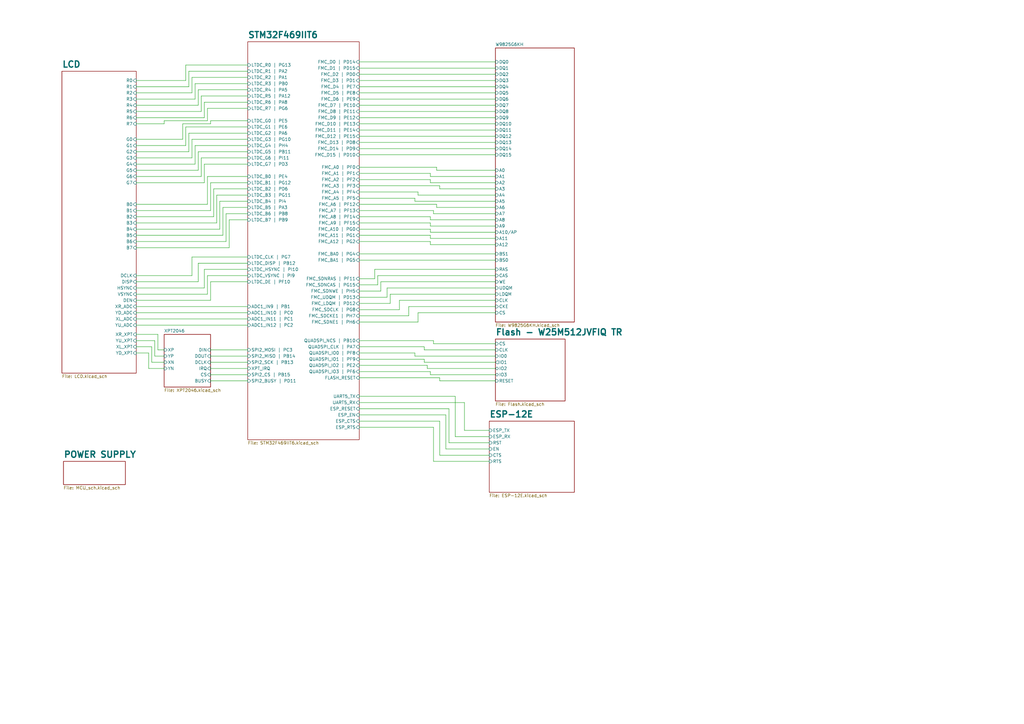
<source format=kicad_sch>
(kicad_sch
	(version 20231120)
	(generator "eeschema")
	(generator_version "8.0")
	(uuid "18982cba-45a4-4a1f-afcf-06651f5aae5f")
	(paper "A3")
	(lib_symbols)
	(wire
		(pts
			(xy 101.6 62.23) (xy 81.28 62.23)
		)
		(stroke
			(width 0)
			(type default)
		)
		(uuid "0126497e-cc2d-4c05-8eb1-89e4aa836495")
	)
	(wire
		(pts
			(xy 179.07 68.58) (xy 179.07 69.85)
		)
		(stroke
			(width 0)
			(type default)
		)
		(uuid "014a45b7-24f2-4f4a-b150-9a21a8a83bbf")
	)
	(wire
		(pts
			(xy 176.53 93.98) (xy 176.53 95.25)
		)
		(stroke
			(width 0)
			(type default)
		)
		(uuid "0198ad66-c36c-4a5b-9812-de277d1cdb84")
	)
	(wire
		(pts
			(xy 176.53 92.71) (xy 203.2 92.71)
		)
		(stroke
			(width 0)
			(type default)
		)
		(uuid "01a88df0-35c1-46c7-bce2-680fc4ea451c")
	)
	(wire
		(pts
			(xy 147.32 40.64) (xy 203.2 40.64)
		)
		(stroke
			(width 0)
			(type default)
		)
		(uuid "026ea4a1-7caf-45e0-88a2-94ebcc362ff8")
	)
	(wire
		(pts
			(xy 184.15 167.64) (xy 184.15 181.61)
		)
		(stroke
			(width 0)
			(type default)
		)
		(uuid "030ded14-4f45-4741-afa9-1eb5a6453f93")
	)
	(wire
		(pts
			(xy 176.53 88.9) (xy 176.53 90.17)
		)
		(stroke
			(width 0)
			(type default)
		)
		(uuid "0333680b-07bb-41ba-aa3a-a7da0671075e")
	)
	(wire
		(pts
			(xy 67.31 151.13) (xy 60.96 151.13)
		)
		(stroke
			(width 0)
			(type default)
		)
		(uuid "03461a0f-b556-4b0f-aa1d-05753112854d")
	)
	(wire
		(pts
			(xy 147.32 55.88) (xy 203.2 55.88)
		)
		(stroke
			(width 0)
			(type default)
		)
		(uuid "03643c79-dd56-40d6-8eeb-a9bc0d7139f4")
	)
	(wire
		(pts
			(xy 147.32 104.14) (xy 203.2 104.14)
		)
		(stroke
			(width 0)
			(type default)
		)
		(uuid "03bd6c0a-09d3-4539-a180-253eaca71084")
	)
	(wire
		(pts
			(xy 147.32 121.92) (xy 158.75 121.92)
		)
		(stroke
			(width 0)
			(type default)
		)
		(uuid "04990ba2-cf4b-485c-9956-273419ffa19c")
	)
	(wire
		(pts
			(xy 186.69 162.56) (xy 147.32 162.56)
		)
		(stroke
			(width 0)
			(type default)
		)
		(uuid "04b6e3d2-97be-49fe-8166-a12ca7e2e689")
	)
	(wire
		(pts
			(xy 77.47 54.61) (xy 77.47 62.23)
		)
		(stroke
			(width 0)
			(type default)
		)
		(uuid "0514ad67-ddd4-4359-98b3-31b941ba1794")
	)
	(wire
		(pts
			(xy 92.71 87.63) (xy 92.71 99.06)
		)
		(stroke
			(width 0)
			(type default)
		)
		(uuid "0918ac8b-b9be-4550-ac17-a285bcdc13ac")
	)
	(wire
		(pts
			(xy 176.53 97.79) (xy 203.2 97.79)
		)
		(stroke
			(width 0)
			(type default)
		)
		(uuid "0c4eb34d-c121-4123-8ffc-dc494eab6f0b")
	)
	(wire
		(pts
			(xy 74.93 50.8) (xy 74.93 57.15)
		)
		(stroke
			(width 0)
			(type default)
		)
		(uuid "0d836bdc-445f-4626-b980-12aced7dd0c4")
	)
	(wire
		(pts
			(xy 83.82 74.93) (xy 55.88 74.93)
		)
		(stroke
			(width 0)
			(type default)
		)
		(uuid "0d95828d-3c2e-4dcf-b26b-8b74dbf12a30")
	)
	(wire
		(pts
			(xy 90.17 82.55) (xy 90.17 93.98)
		)
		(stroke
			(width 0)
			(type default)
		)
		(uuid "0f9fca2d-efbd-4583-9ad1-c6545cc94669")
	)
	(wire
		(pts
			(xy 180.34 77.47) (xy 203.2 77.47)
		)
		(stroke
			(width 0)
			(type default)
		)
		(uuid "11652d79-7355-4fe3-99d3-833abb9084bd")
	)
	(wire
		(pts
			(xy 167.64 129.54) (xy 167.64 125.73)
		)
		(stroke
			(width 0)
			(type default)
		)
		(uuid "11d79469-4f26-4c07-87b6-e7ca92c20341")
	)
	(wire
		(pts
			(xy 83.82 67.31) (xy 83.82 74.93)
		)
		(stroke
			(width 0)
			(type default)
		)
		(uuid "127d6eb8-66a3-4323-928f-9d51e9555747")
	)
	(wire
		(pts
			(xy 91.44 85.09) (xy 91.44 96.52)
		)
		(stroke
			(width 0)
			(type default)
		)
		(uuid "14057c07-c021-4519-9deb-9634e1f4e2c6")
	)
	(wire
		(pts
			(xy 86.36 86.36) (xy 55.88 86.36)
		)
		(stroke
			(width 0)
			(type default)
		)
		(uuid "140cab7a-5d44-4fab-9193-dc4a7e1c4ffd")
	)
	(wire
		(pts
			(xy 182.88 184.15) (xy 200.66 184.15)
		)
		(stroke
			(width 0)
			(type default)
		)
		(uuid "14110980-52e6-457b-a284-db6da573afd3")
	)
	(wire
		(pts
			(xy 86.36 151.13) (xy 101.6 151.13)
		)
		(stroke
			(width 0)
			(type default)
		)
		(uuid "14735a5b-118e-489f-9ea2-5bd0e253285c")
	)
	(wire
		(pts
			(xy 147.32 25.4) (xy 203.2 25.4)
		)
		(stroke
			(width 0)
			(type default)
		)
		(uuid "15a23228-b847-492d-8706-6a0aa17b98fe")
	)
	(wire
		(pts
			(xy 177.8 87.63) (xy 203.2 87.63)
		)
		(stroke
			(width 0)
			(type default)
		)
		(uuid "18aec9ce-94dd-4bab-9f79-9e6f334edf96")
	)
	(wire
		(pts
			(xy 147.32 71.12) (xy 176.53 71.12)
		)
		(stroke
			(width 0)
			(type default)
		)
		(uuid "1a458914-22e1-4202-9c17-918efb583de2")
	)
	(wire
		(pts
			(xy 101.6 67.31) (xy 83.82 67.31)
		)
		(stroke
			(width 0)
			(type default)
		)
		(uuid "1a68cb6f-3c4a-4287-a9a9-980ec3bedf68")
	)
	(wire
		(pts
			(xy 147.32 50.8) (xy 203.2 50.8)
		)
		(stroke
			(width 0)
			(type default)
		)
		(uuid "1b5698d9-c288-4b54-b19d-f608b18db9bc")
	)
	(wire
		(pts
			(xy 93.98 101.6) (xy 55.88 101.6)
		)
		(stroke
			(width 0)
			(type default)
		)
		(uuid "1d00d9c6-7184-42e8-b761-af643aafd23d")
	)
	(wire
		(pts
			(xy 82.55 45.72) (xy 55.88 45.72)
		)
		(stroke
			(width 0)
			(type default)
		)
		(uuid "1d741202-a781-48a6-bb22-b9da32a23be2")
	)
	(wire
		(pts
			(xy 153.67 110.49) (xy 203.2 110.49)
		)
		(stroke
			(width 0)
			(type default)
		)
		(uuid "1dde9e1c-b3ce-4a13-9d60-740c57c405bc")
	)
	(wire
		(pts
			(xy 147.32 78.74) (xy 171.45 78.74)
		)
		(stroke
			(width 0)
			(type default)
		)
		(uuid "1e0e5ad4-cfca-4ed5-8ace-6447674b5598")
	)
	(wire
		(pts
			(xy 88.9 91.44) (xy 55.88 91.44)
		)
		(stroke
			(width 0)
			(type default)
		)
		(uuid "1e6fa5cc-dc4f-4801-b595-d73280989313")
	)
	(wire
		(pts
			(xy 179.07 69.85) (xy 203.2 69.85)
		)
		(stroke
			(width 0)
			(type default)
		)
		(uuid "21236d29-f668-406b-a3b9-f080933edf52")
	)
	(wire
		(pts
			(xy 55.88 128.27) (xy 101.6 128.27)
		)
		(stroke
			(width 0)
			(type default)
		)
		(uuid "21b61d5a-59d0-48d5-9a10-c591ec43f2b2")
	)
	(wire
		(pts
			(xy 101.6 115.57) (xy 86.36 115.57)
		)
		(stroke
			(width 0)
			(type default)
		)
		(uuid "22a3c3b8-bf44-42f2-99b6-065c80ee3b34")
	)
	(wire
		(pts
			(xy 170.18 144.78) (xy 170.18 146.05)
		)
		(stroke
			(width 0)
			(type default)
		)
		(uuid "2313ba95-77c0-4eea-b3c4-8244d563956c")
	)
	(wire
		(pts
			(xy 147.32 68.58) (xy 179.07 68.58)
		)
		(stroke
			(width 0)
			(type default)
		)
		(uuid "2417f821-520f-4262-99be-05787ca55979")
	)
	(wire
		(pts
			(xy 147.32 63.5) (xy 203.2 63.5)
		)
		(stroke
			(width 0)
			(type default)
		)
		(uuid "26570c45-db65-4d0d-9701-6ef1e833cc5d")
	)
	(wire
		(pts
			(xy 67.31 146.05) (xy 63.5 146.05)
		)
		(stroke
			(width 0)
			(type default)
		)
		(uuid "2822456a-ac8f-4d39-aab2-e919e93ffdf9")
	)
	(wire
		(pts
			(xy 86.36 74.93) (xy 86.36 86.36)
		)
		(stroke
			(width 0)
			(type default)
		)
		(uuid "289d6b7b-01a2-4aa4-a94d-3699eb22027d")
	)
	(wire
		(pts
			(xy 147.32 60.96) (xy 203.2 60.96)
		)
		(stroke
			(width 0)
			(type default)
		)
		(uuid "2d807cc2-5bb8-42d6-8a6a-502520061816")
	)
	(wire
		(pts
			(xy 147.32 30.48) (xy 203.2 30.48)
		)
		(stroke
			(width 0)
			(type default)
		)
		(uuid "2db5339b-50cf-49a5-af68-2754f1c2c4ef")
	)
	(wire
		(pts
			(xy 154.94 113.03) (xy 203.2 113.03)
		)
		(stroke
			(width 0)
			(type default)
		)
		(uuid "3103233d-95a8-4eee-9929-dfe2b70b9be5")
	)
	(wire
		(pts
			(xy 147.32 114.3) (xy 153.67 114.3)
		)
		(stroke
			(width 0)
			(type default)
		)
		(uuid "31102d31-a9c8-45a5-8cfb-0f66438298fe")
	)
	(wire
		(pts
			(xy 180.34 156.21) (xy 203.2 156.21)
		)
		(stroke
			(width 0)
			(type default)
		)
		(uuid "312a9fc3-4f66-4791-9081-35b6c4cda31a")
	)
	(wire
		(pts
			(xy 154.94 116.84) (xy 154.94 113.03)
		)
		(stroke
			(width 0)
			(type default)
		)
		(uuid "31921fd1-708a-47ab-a0a0-ac3421010923")
	)
	(wire
		(pts
			(xy 147.32 93.98) (xy 176.53 93.98)
		)
		(stroke
			(width 0)
			(type default)
		)
		(uuid "31960121-621e-4cb5-8149-87d10abdd069")
	)
	(wire
		(pts
			(xy 147.32 119.38) (xy 156.21 119.38)
		)
		(stroke
			(width 0)
			(type default)
		)
		(uuid "326dc43e-29fe-4e14-949e-39e5245ab4f8")
	)
	(wire
		(pts
			(xy 147.32 48.26) (xy 203.2 48.26)
		)
		(stroke
			(width 0)
			(type default)
		)
		(uuid "3368cfda-05dc-47a4-a90c-dfa6f07bcdf6")
	)
	(wire
		(pts
			(xy 171.45 132.08) (xy 171.45 128.27)
		)
		(stroke
			(width 0)
			(type default)
		)
		(uuid "351c0fdd-decc-43be-8548-10aa60e6c676")
	)
	(wire
		(pts
			(xy 176.53 91.44) (xy 176.53 92.71)
		)
		(stroke
			(width 0)
			(type default)
		)
		(uuid "37abe4c4-dc32-425b-8538-07d52cc0de32")
	)
	(wire
		(pts
			(xy 101.6 74.93) (xy 86.36 74.93)
		)
		(stroke
			(width 0)
			(type default)
		)
		(uuid "37dec063-5e84-4553-92b3-cc151c743767")
	)
	(wire
		(pts
			(xy 101.6 82.55) (xy 90.17 82.55)
		)
		(stroke
			(width 0)
			(type default)
		)
		(uuid "38b39d65-306d-4af0-b3d3-ecb1b43f389a")
	)
	(wire
		(pts
			(xy 147.32 38.1) (xy 203.2 38.1)
		)
		(stroke
			(width 0)
			(type default)
		)
		(uuid "396f0b36-f18b-44bf-bd22-0794c036adb5")
	)
	(wire
		(pts
			(xy 85.09 72.39) (xy 85.09 83.82)
		)
		(stroke
			(width 0)
			(type default)
		)
		(uuid "3a0530e5-f608-4902-9294-6e70e14e3a50")
	)
	(wire
		(pts
			(xy 170.18 81.28) (xy 170.18 82.55)
		)
		(stroke
			(width 0)
			(type default)
		)
		(uuid "3b230a16-36bf-4d9b-bc54-da234bf255eb")
	)
	(wire
		(pts
			(xy 176.53 95.25) (xy 203.2 95.25)
		)
		(stroke
			(width 0)
			(type default)
		)
		(uuid "3d5bacea-3aa8-42e8-a68d-e0c9b7c02825")
	)
	(wire
		(pts
			(xy 147.32 81.28) (xy 170.18 81.28)
		)
		(stroke
			(width 0)
			(type default)
		)
		(uuid "3e1ffa29-a91a-4956-8dbf-85e5bec435a3")
	)
	(wire
		(pts
			(xy 180.34 154.94) (xy 180.34 156.21)
		)
		(stroke
			(width 0)
			(type default)
		)
		(uuid "3f992d7e-1a43-43da-bb90-b7e7d6bee30b")
	)
	(wire
		(pts
			(xy 85.09 83.82) (xy 55.88 83.82)
		)
		(stroke
			(width 0)
			(type default)
		)
		(uuid "40c079a8-769e-455b-bc5e-6141347844e4")
	)
	(wire
		(pts
			(xy 77.47 29.21) (xy 77.47 35.56)
		)
		(stroke
			(width 0)
			(type default)
		)
		(uuid "40f7b772-9754-454f-91f0-eb0b2e5c6764")
	)
	(wire
		(pts
			(xy 101.6 110.49) (xy 83.82 110.49)
		)
		(stroke
			(width 0)
			(type default)
		)
		(uuid "415c475e-b833-4ee5-b4e3-9cea0212b4b5")
	)
	(wire
		(pts
			(xy 87.63 88.9) (xy 55.88 88.9)
		)
		(stroke
			(width 0)
			(type default)
		)
		(uuid "417b107a-2caa-4a98-9ee3-75db33a5a53a")
	)
	(wire
		(pts
			(xy 101.6 31.75) (xy 78.74 31.75)
		)
		(stroke
			(width 0)
			(type default)
		)
		(uuid "43342307-7821-46a9-a30a-eb11603205de")
	)
	(wire
		(pts
			(xy 78.74 113.03) (xy 55.88 113.03)
		)
		(stroke
			(width 0)
			(type default)
		)
		(uuid "43d3edb3-e940-4f43-b9b8-ead45edc67b7")
	)
	(wire
		(pts
			(xy 156.21 115.57) (xy 203.2 115.57)
		)
		(stroke
			(width 0)
			(type default)
		)
		(uuid "468fe275-fb49-43df-8b0d-e36b9fed43ce")
	)
	(wire
		(pts
			(xy 147.32 86.36) (xy 177.8 86.36)
		)
		(stroke
			(width 0)
			(type default)
		)
		(uuid "46b99e3e-e7a5-4c5b-8607-91d9f7a4ab9f")
	)
	(wire
		(pts
			(xy 147.32 132.08) (xy 171.45 132.08)
		)
		(stroke
			(width 0)
			(type default)
		)
		(uuid "49105673-48f8-4d9f-9392-4c7954b6d772")
	)
	(wire
		(pts
			(xy 173.99 142.24) (xy 173.99 143.51)
		)
		(stroke
			(width 0)
			(type default)
		)
		(uuid "4ae1beb0-69ee-4308-82d4-63283085f2a8")
	)
	(wire
		(pts
			(xy 147.32 88.9) (xy 176.53 88.9)
		)
		(stroke
			(width 0)
			(type default)
		)
		(uuid "4b92515d-a314-4133-8961-9e1aafa8eb14")
	)
	(wire
		(pts
			(xy 55.88 133.35) (xy 101.6 133.35)
		)
		(stroke
			(width 0)
			(type default)
		)
		(uuid "4c6eb06c-7392-4ee6-9da9-8335e86e9daa")
	)
	(wire
		(pts
			(xy 147.32 124.46) (xy 160.02 124.46)
		)
		(stroke
			(width 0)
			(type default)
		)
		(uuid "4d474445-4aaa-4f4b-af81-7875d8285956")
	)
	(wire
		(pts
			(xy 101.6 29.21) (xy 77.47 29.21)
		)
		(stroke
			(width 0)
			(type default)
		)
		(uuid "4ef2f392-8602-4c9b-8d82-3fee98b44650")
	)
	(wire
		(pts
			(xy 91.44 96.52) (xy 55.88 96.52)
		)
		(stroke
			(width 0)
			(type default)
		)
		(uuid "4fefb8c4-f65e-4fe4-8c66-6702adfa37ea")
	)
	(wire
		(pts
			(xy 176.53 72.39) (xy 203.2 72.39)
		)
		(stroke
			(width 0)
			(type default)
		)
		(uuid "51beb284-30fb-4a8e-b194-99a082eea6e4")
	)
	(wire
		(pts
			(xy 147.32 35.56) (xy 203.2 35.56)
		)
		(stroke
			(width 0)
			(type default)
		)
		(uuid "53068c5e-5d97-4af4-a9d9-64ecd2767a92")
	)
	(wire
		(pts
			(xy 80.01 67.31) (xy 55.88 67.31)
		)
		(stroke
			(width 0)
			(type default)
		)
		(uuid "53133713-7b78-4629-92bd-097a4e836739")
	)
	(wire
		(pts
			(xy 184.15 181.61) (xy 200.66 181.61)
		)
		(stroke
			(width 0)
			(type default)
		)
		(uuid "5368bdb6-8136-4a0a-b851-6db77d713f54")
	)
	(wire
		(pts
			(xy 55.88 130.81) (xy 101.6 130.81)
		)
		(stroke
			(width 0)
			(type default)
		)
		(uuid "547bc790-e5f3-4810-89e0-88539fd11b43")
	)
	(wire
		(pts
			(xy 147.32 144.78) (xy 170.18 144.78)
		)
		(stroke
			(width 0)
			(type default)
		)
		(uuid "56d6c346-9a95-4232-933a-09a61ee571d3")
	)
	(wire
		(pts
			(xy 167.64 125.73) (xy 203.2 125.73)
		)
		(stroke
			(width 0)
			(type default)
		)
		(uuid "577c8b00-d4c1-4580-a4f3-0d0b5dd2f2a2")
	)
	(wire
		(pts
			(xy 88.9 80.01) (xy 88.9 91.44)
		)
		(stroke
			(width 0)
			(type default)
		)
		(uuid "58337a9d-7599-4b8b-a247-98650ce7a84e")
	)
	(wire
		(pts
			(xy 177.8 139.7) (xy 177.8 140.97)
		)
		(stroke
			(width 0)
			(type default)
		)
		(uuid "58edd27f-f3da-4f13-bbbf-9bfab8d25972")
	)
	(wire
		(pts
			(xy 173.99 143.51) (xy 203.2 143.51)
		)
		(stroke
			(width 0)
			(type default)
		)
		(uuid "59970c12-158c-4878-b953-154431b9505b")
	)
	(wire
		(pts
			(xy 175.26 151.13) (xy 203.2 151.13)
		)
		(stroke
			(width 0)
			(type default)
		)
		(uuid "5aed358c-008a-46cf-8247-05ea15c172a4")
	)
	(wire
		(pts
			(xy 92.71 99.06) (xy 55.88 99.06)
		)
		(stroke
			(width 0)
			(type default)
		)
		(uuid "5c2f5a50-13fa-4c81-a00a-fe0492842c43")
	)
	(wire
		(pts
			(xy 83.82 118.11) (xy 55.88 118.11)
		)
		(stroke
			(width 0)
			(type default)
		)
		(uuid "5cdfc696-ec6d-4d9d-95a1-c58e7d9cc99f")
	)
	(wire
		(pts
			(xy 177.8 175.26) (xy 147.32 175.26)
		)
		(stroke
			(width 0)
			(type default)
		)
		(uuid "5ef57353-fb91-4ec5-bb72-07a32475ccbc")
	)
	(wire
		(pts
			(xy 101.6 57.15) (xy 78.74 57.15)
		)
		(stroke
			(width 0)
			(type default)
		)
		(uuid "5f32940b-96ea-402f-b154-6e4e95f312a4")
	)
	(wire
		(pts
			(xy 62.23 148.59) (xy 62.23 142.24)
		)
		(stroke
			(width 0)
			(type default)
		)
		(uuid "5f80a54b-f352-4621-9158-bb5790f42244")
	)
	(wire
		(pts
			(xy 176.53 152.4) (xy 176.53 153.67)
		)
		(stroke
			(width 0)
			(type default)
		)
		(uuid "6041c2f9-5dae-49ca-b454-bce050c26f36")
	)
	(wire
		(pts
			(xy 60.96 144.78) (xy 55.88 144.78)
		)
		(stroke
			(width 0)
			(type default)
		)
		(uuid "60d28583-34e0-4d7e-8071-2667008d4ed2")
	)
	(wire
		(pts
			(xy 176.53 153.67) (xy 203.2 153.67)
		)
		(stroke
			(width 0)
			(type default)
		)
		(uuid "61086109-02c5-423b-93a5-992019de1a95")
	)
	(wire
		(pts
			(xy 101.6 54.61) (xy 77.47 54.61)
		)
		(stroke
			(width 0)
			(type default)
		)
		(uuid "62ea5b23-32da-4e59-9e41-115d36e7fc82")
	)
	(wire
		(pts
			(xy 160.02 120.65) (xy 203.2 120.65)
		)
		(stroke
			(width 0)
			(type default)
		)
		(uuid "6484e4e4-6521-4f86-bd2b-2e177faab814")
	)
	(wire
		(pts
			(xy 78.74 64.77) (xy 55.88 64.77)
		)
		(stroke
			(width 0)
			(type default)
		)
		(uuid "66209556-e8f3-4f9a-8868-096fa22985f0")
	)
	(wire
		(pts
			(xy 180.34 76.2) (xy 180.34 77.47)
		)
		(stroke
			(width 0)
			(type default)
		)
		(uuid "68184ca1-2308-425b-abe1-25f98e5cbb1e")
	)
	(wire
		(pts
			(xy 186.69 162.56) (xy 186.69 179.07)
		)
		(stroke
			(width 0)
			(type default)
		)
		(uuid "68b48423-2b77-4f9f-8bd0-cb35272deec6")
	)
	(wire
		(pts
			(xy 86.36 123.19) (xy 55.88 123.19)
		)
		(stroke
			(width 0)
			(type default)
		)
		(uuid "69dc2528-d2ab-42d3-b310-5dabb5f0bf9f")
	)
	(wire
		(pts
			(xy 147.32 91.44) (xy 176.53 91.44)
		)
		(stroke
			(width 0)
			(type default)
		)
		(uuid "6c65afba-13bf-4178-a322-b602fe9cb372")
	)
	(wire
		(pts
			(xy 67.31 49.53) (xy 67.31 50.8)
		)
		(stroke
			(width 0)
			(type default)
		)
		(uuid "6d06d53f-8eb0-481d-a53f-c401bc348b1d")
	)
	(wire
		(pts
			(xy 156.21 119.38) (xy 156.21 115.57)
		)
		(stroke
			(width 0)
			(type default)
		)
		(uuid "6dafa3c4-1d5d-4978-8b1e-dc8b4ccb23e1")
	)
	(wire
		(pts
			(xy 147.32 76.2) (xy 180.34 76.2)
		)
		(stroke
			(width 0)
			(type default)
		)
		(uuid "70d65fda-adf2-4d99-b171-3d5b1e75fbd1")
	)
	(wire
		(pts
			(xy 177.8 86.36) (xy 177.8 87.63)
		)
		(stroke
			(width 0)
			(type default)
		)
		(uuid "717137bc-8c9d-43fc-a697-8047667fbbe7")
	)
	(wire
		(pts
			(xy 173.99 147.32) (xy 173.99 148.59)
		)
		(stroke
			(width 0)
			(type default)
		)
		(uuid "719b750a-4bb8-4361-ab1c-622c3557827a")
	)
	(wire
		(pts
			(xy 85.09 44.45) (xy 85.09 49.53)
		)
		(stroke
			(width 0)
			(type default)
		)
		(uuid "729c6c8f-d141-4e99-8115-f83dc7c9e022")
	)
	(wire
		(pts
			(xy 76.2 26.67) (xy 76.2 33.02)
		)
		(stroke
			(width 0)
			(type default)
		)
		(uuid "73bdd4f8-e54e-4f00-b16d-e84a6084c7c6")
	)
	(wire
		(pts
			(xy 86.36 156.21) (xy 101.6 156.21)
		)
		(stroke
			(width 0)
			(type default)
		)
		(uuid "753da723-b393-44dc-98de-912e040719b4")
	)
	(wire
		(pts
			(xy 85.09 120.65) (xy 55.88 120.65)
		)
		(stroke
			(width 0)
			(type default)
		)
		(uuid "767223dc-3597-4cc4-b4af-b410766af3e4")
	)
	(wire
		(pts
			(xy 74.93 57.15) (xy 55.88 57.15)
		)
		(stroke
			(width 0)
			(type default)
		)
		(uuid "770f3bbf-0ce0-4ae4-989a-87d3934a632c")
	)
	(wire
		(pts
			(xy 176.53 73.66) (xy 176.53 74.93)
		)
		(stroke
			(width 0)
			(type default)
		)
		(uuid "77cf8205-dc74-4209-b321-e086d0437e19")
	)
	(wire
		(pts
			(xy 83.82 48.26) (xy 55.88 48.26)
		)
		(stroke
			(width 0)
			(type default)
		)
		(uuid "77d06592-c9f8-4d92-9168-e189c8905b96")
	)
	(wire
		(pts
			(xy 176.53 96.52) (xy 176.53 97.79)
		)
		(stroke
			(width 0)
			(type default)
		)
		(uuid "78261c27-59d6-4b67-8789-531f786fed1c")
	)
	(wire
		(pts
			(xy 176.53 90.17) (xy 203.2 90.17)
		)
		(stroke
			(width 0)
			(type default)
		)
		(uuid "789e1bf4-218d-41e2-b2c8-21312241c133")
	)
	(wire
		(pts
			(xy 101.6 72.39) (xy 85.09 72.39)
		)
		(stroke
			(width 0)
			(type default)
		)
		(uuid "7952a39e-62cc-4c17-ba58-92edfb345a6e")
	)
	(wire
		(pts
			(xy 83.82 41.91) (xy 83.82 48.26)
		)
		(stroke
			(width 0)
			(type default)
		)
		(uuid "797d9625-e183-4f42-8c3c-92767f5a863f")
	)
	(wire
		(pts
			(xy 176.53 74.93) (xy 203.2 74.93)
		)
		(stroke
			(width 0)
			(type default)
		)
		(uuid "7a3d03d9-a9f3-4a6d-958d-9b0f50ab23d1")
	)
	(wire
		(pts
			(xy 82.55 39.37) (xy 82.55 45.72)
		)
		(stroke
			(width 0)
			(type default)
		)
		(uuid "7b10d7e6-5e3b-4593-bb2a-803d48332396")
	)
	(wire
		(pts
			(xy 147.32 43.18) (xy 203.2 43.18)
		)
		(stroke
			(width 0)
			(type default)
		)
		(uuid "7b5e1831-c6a2-49c0-aadb-f18561a5cf8f")
	)
	(wire
		(pts
			(xy 86.36 115.57) (xy 86.36 123.19)
		)
		(stroke
			(width 0)
			(type default)
		)
		(uuid "7e23830c-0365-45cc-9fd2-983e5fe5bb64")
	)
	(wire
		(pts
			(xy 77.47 62.23) (xy 55.88 62.23)
		)
		(stroke
			(width 0)
			(type default)
		)
		(uuid "8012a239-8264-42bf-bba7-784084917943")
	)
	(wire
		(pts
			(xy 101.6 34.29) (xy 80.01 34.29)
		)
		(stroke
			(width 0)
			(type default)
		)
		(uuid "80250dbf-eaaf-4637-9fb1-29a9c7c345f5")
	)
	(wire
		(pts
			(xy 86.36 146.05) (xy 101.6 146.05)
		)
		(stroke
			(width 0)
			(type default)
		)
		(uuid "810e0852-13e8-41ca-a211-e3e20d83fb1d")
	)
	(wire
		(pts
			(xy 147.32 154.94) (xy 180.34 154.94)
		)
		(stroke
			(width 0)
			(type default)
		)
		(uuid "81c54a84-de8e-4ad2-9581-f8b12c10a5c1")
	)
	(wire
		(pts
			(xy 83.82 110.49) (xy 83.82 118.11)
		)
		(stroke
			(width 0)
			(type default)
		)
		(uuid "826a4ebd-619d-4549-82cb-4aa684394d2f")
	)
	(wire
		(pts
			(xy 82.55 72.39) (xy 55.88 72.39)
		)
		(stroke
			(width 0)
			(type default)
		)
		(uuid "82910e1f-089f-4d1d-ae9b-0b2305dc632b")
	)
	(wire
		(pts
			(xy 81.28 115.57) (xy 55.88 115.57)
		)
		(stroke
			(width 0)
			(type default)
		)
		(uuid "82961e17-ece3-453f-ba63-fd26a5c90f4e")
	)
	(wire
		(pts
			(xy 101.6 87.63) (xy 92.71 87.63)
		)
		(stroke
			(width 0)
			(type default)
		)
		(uuid "835ba8b4-db74-4f39-a102-80a6f8f1020c")
	)
	(wire
		(pts
			(xy 158.75 118.11) (xy 203.2 118.11)
		)
		(stroke
			(width 0)
			(type default)
		)
		(uuid "857fd9c7-42a1-4580-b8fb-618105663b5d")
	)
	(wire
		(pts
			(xy 101.6 80.01) (xy 88.9 80.01)
		)
		(stroke
			(width 0)
			(type default)
		)
		(uuid "86bdaf03-0d3b-43f3-ad4a-5f8133242b3e")
	)
	(wire
		(pts
			(xy 78.74 38.1) (xy 55.88 38.1)
		)
		(stroke
			(width 0)
			(type default)
		)
		(uuid "8a729c54-3b34-4b5d-95a8-a5010000f51c")
	)
	(wire
		(pts
			(xy 101.6 26.67) (xy 76.2 26.67)
		)
		(stroke
			(width 0)
			(type default)
		)
		(uuid "8bb28180-9552-4058-bdf8-3528f4a65a89")
	)
	(wire
		(pts
			(xy 67.31 148.59) (xy 62.23 148.59)
		)
		(stroke
			(width 0)
			(type default)
		)
		(uuid "8cf4f75c-ee34-4373-9ace-adbcdcd75142")
	)
	(wire
		(pts
			(xy 101.6 59.69) (xy 80.01 59.69)
		)
		(stroke
			(width 0)
			(type default)
		)
		(uuid "8dbc4f1b-9a8e-4bc6-869e-bf291fd89cde")
	)
	(wire
		(pts
			(xy 179.07 85.09) (xy 203.2 85.09)
		)
		(stroke
			(width 0)
			(type default)
		)
		(uuid "902159f0-f988-4806-89c7-9e5bfd0901e2")
	)
	(wire
		(pts
			(xy 81.28 43.18) (xy 55.88 43.18)
		)
		(stroke
			(width 0)
			(type default)
		)
		(uuid "90a016b3-21f9-4166-b63c-688edf44e17a")
	)
	(wire
		(pts
			(xy 81.28 36.83) (xy 81.28 43.18)
		)
		(stroke
			(width 0)
			(type default)
		)
		(uuid "9170a018-3b9f-4308-8531-dda1fc91c485")
	)
	(wire
		(pts
			(xy 86.36 143.51) (xy 101.6 143.51)
		)
		(stroke
			(width 0)
			(type default)
		)
		(uuid "927e071d-64da-4f48-98b4-739bbcbf7211")
	)
	(wire
		(pts
			(xy 147.32 45.72) (xy 203.2 45.72)
		)
		(stroke
			(width 0)
			(type default)
		)
		(uuid "94cf3ac2-1fde-4621-91f8-cff5a02c8381")
	)
	(wire
		(pts
			(xy 101.6 90.17) (xy 93.98 90.17)
		)
		(stroke
			(width 0)
			(type default)
		)
		(uuid "94dd930a-7f1d-4019-a7e5-cd28670c64fc")
	)
	(wire
		(pts
			(xy 76.2 52.07) (xy 76.2 59.69)
		)
		(stroke
			(width 0)
			(type default)
		)
		(uuid "961b4251-1032-4fc6-806f-cb7cc5ac2289")
	)
	(wire
		(pts
			(xy 80.01 59.69) (xy 80.01 67.31)
		)
		(stroke
			(width 0)
			(type default)
		)
		(uuid "969371c1-d8ce-4880-b50f-08c8dad147ae")
	)
	(wire
		(pts
			(xy 78.74 57.15) (xy 78.74 64.77)
		)
		(stroke
			(width 0)
			(type default)
		)
		(uuid "98ce51d7-d14b-475a-bd07-816b2c246a9b")
	)
	(wire
		(pts
			(xy 147.32 27.94) (xy 203.2 27.94)
		)
		(stroke
			(width 0)
			(type default)
		)
		(uuid "992d10f5-eeb0-44e5-987d-b7de9ba56d92")
	)
	(wire
		(pts
			(xy 101.6 49.53) (xy 86.36 49.53)
		)
		(stroke
			(width 0)
			(type default)
		)
		(uuid "9d1cb553-244b-4236-a4c3-3be283cf372a")
	)
	(wire
		(pts
			(xy 147.32 83.82) (xy 179.07 83.82)
		)
		(stroke
			(width 0)
			(type default)
		)
		(uuid "9dcda212-db53-4a67-b657-8d1171da81f0")
	)
	(wire
		(pts
			(xy 147.32 129.54) (xy 167.64 129.54)
		)
		(stroke
			(width 0)
			(type default)
		)
		(uuid "9e2453e8-fdd5-4e20-bcf8-c23d2b3fdca4")
	)
	(wire
		(pts
			(xy 62.23 142.24) (xy 55.88 142.24)
		)
		(stroke
			(width 0)
			(type default)
		)
		(uuid "9fc61971-0cae-4391-8f92-e507ff3fa28a")
	)
	(wire
		(pts
			(xy 182.88 170.18) (xy 182.88 184.15)
		)
		(stroke
			(width 0)
			(type default)
		)
		(uuid "9ffe26fe-682e-4543-8c88-4011c8a932fa")
	)
	(wire
		(pts
			(xy 101.6 113.03) (xy 85.09 113.03)
		)
		(stroke
			(width 0)
			(type default)
		)
		(uuid "a207c973-bd41-4e89-b82e-bc0ccd363b4c")
	)
	(wire
		(pts
			(xy 101.6 77.47) (xy 87.63 77.47)
		)
		(stroke
			(width 0)
			(type default)
		)
		(uuid "a254bf31-51f9-41a2-9063-ccd7f9736ff0")
	)
	(wire
		(pts
			(xy 101.6 41.91) (xy 83.82 41.91)
		)
		(stroke
			(width 0)
			(type default)
		)
		(uuid "a2f94328-86f1-4209-bfa1-36a338a76a98")
	)
	(wire
		(pts
			(xy 153.67 114.3) (xy 153.67 110.49)
		)
		(stroke
			(width 0)
			(type default)
		)
		(uuid "a3503a30-419e-49b5-a064-48813d6e239c")
	)
	(wire
		(pts
			(xy 147.32 33.02) (xy 203.2 33.02)
		)
		(stroke
			(width 0)
			(type default)
		)
		(uuid "a49fa622-029f-4fc9-a704-a8077d31cea6")
	)
	(wire
		(pts
			(xy 77.47 35.56) (xy 55.88 35.56)
		)
		(stroke
			(width 0)
			(type default)
		)
		(uuid "a6aba93f-e024-4cd2-8058-f804c76dcef5")
	)
	(wire
		(pts
			(xy 80.01 40.64) (xy 55.88 40.64)
		)
		(stroke
			(width 0)
			(type default)
		)
		(uuid "a6ea0724-f957-4539-a277-ee2360a665cd")
	)
	(wire
		(pts
			(xy 158.75 121.92) (xy 158.75 118.11)
		)
		(stroke
			(width 0)
			(type default)
		)
		(uuid "a77c2e98-e902-49ec-98a6-faea08074f41")
	)
	(wire
		(pts
			(xy 101.6 52.07) (xy 76.2 52.07)
		)
		(stroke
			(width 0)
			(type default)
		)
		(uuid "a7ed2309-c1b6-4b97-8860-6381d4d06772")
	)
	(wire
		(pts
			(xy 147.32 149.86) (xy 175.26 149.86)
		)
		(stroke
			(width 0)
			(type default)
		)
		(uuid "a88c7c7b-82c2-489f-ac2d-c875ab4d48eb")
	)
	(wire
		(pts
			(xy 147.32 106.68) (xy 203.2 106.68)
		)
		(stroke
			(width 0)
			(type default)
		)
		(uuid "a8aca50c-1909-43dc-9f22-28ad802a64d0")
	)
	(wire
		(pts
			(xy 101.6 107.95) (xy 81.28 107.95)
		)
		(stroke
			(width 0)
			(type default)
		)
		(uuid "a9341663-aea1-4fbb-934b-ce2b7f0f70a1")
	)
	(wire
		(pts
			(xy 81.28 107.95) (xy 81.28 115.57)
		)
		(stroke
			(width 0)
			(type default)
		)
		(uuid "a956094b-de01-4e7e-b491-91ee75904a34")
	)
	(wire
		(pts
			(xy 171.45 80.01) (xy 203.2 80.01)
		)
		(stroke
			(width 0)
			(type default)
		)
		(uuid "a99e2837-59c3-4f62-a255-9c5ca89fd982")
	)
	(wire
		(pts
			(xy 170.18 146.05) (xy 203.2 146.05)
		)
		(stroke
			(width 0)
			(type default)
		)
		(uuid "a9ad7ab6-fd4e-40d4-b7dc-d91e18a0be93")
	)
	(wire
		(pts
			(xy 86.36 49.53) (xy 86.36 50.8)
		)
		(stroke
			(width 0)
			(type default)
		)
		(uuid "abb86dbe-ed2a-4771-b08e-e7d1269ea2a5")
	)
	(wire
		(pts
			(xy 90.17 93.98) (xy 55.88 93.98)
		)
		(stroke
			(width 0)
			(type default)
		)
		(uuid "ac44108c-3b36-454e-9b8c-897ea2283021")
	)
	(wire
		(pts
			(xy 55.88 125.73) (xy 101.6 125.73)
		)
		(stroke
			(width 0)
			(type default)
		)
		(uuid "acfd2453-7bfb-45d2-85b9-192dcd3805f4")
	)
	(wire
		(pts
			(xy 147.32 58.42) (xy 203.2 58.42)
		)
		(stroke
			(width 0)
			(type default)
		)
		(uuid "adfdbf86-76a6-40cc-bde0-22443a67bd5c")
	)
	(wire
		(pts
			(xy 176.53 100.33) (xy 203.2 100.33)
		)
		(stroke
			(width 0)
			(type default)
		)
		(uuid "b1ba9552-dccd-475d-b773-9a5d3f52bd13")
	)
	(wire
		(pts
			(xy 147.32 170.18) (xy 182.88 170.18)
		)
		(stroke
			(width 0)
			(type default)
		)
		(uuid "b1ebc758-f377-481e-92f3-cd58ec811e22")
	)
	(wire
		(pts
			(xy 176.53 71.12) (xy 176.53 72.39)
		)
		(stroke
			(width 0)
			(type default)
		)
		(uuid "b460f69d-6d01-4833-a2ad-871b53270dc3")
	)
	(wire
		(pts
			(xy 64.77 137.16) (xy 55.88 137.16)
		)
		(stroke
			(width 0)
			(type default)
		)
		(uuid "b4f3620d-80d0-4706-8c28-9d41d05a91e3")
	)
	(wire
		(pts
			(xy 147.32 127) (xy 163.83 127)
		)
		(stroke
			(width 0)
			(type default)
		)
		(uuid "b55881a1-4068-4577-a83b-f61c969eafb2")
	)
	(wire
		(pts
			(xy 60.96 151.13) (xy 60.96 144.78)
		)
		(stroke
			(width 0)
			(type default)
		)
		(uuid "b7d31116-b678-45db-8bc0-161be324a259")
	)
	(wire
		(pts
			(xy 170.18 82.55) (xy 203.2 82.55)
		)
		(stroke
			(width 0)
			(type default)
		)
		(uuid "b80460b7-2849-48d9-8c67-d2496c1634ea")
	)
	(wire
		(pts
			(xy 67.31 143.51) (xy 64.77 143.51)
		)
		(stroke
			(width 0)
			(type default)
		)
		(uuid "b8425490-9c96-4c90-b12c-d2561e777f5b")
	)
	(wire
		(pts
			(xy 76.2 59.69) (xy 55.88 59.69)
		)
		(stroke
			(width 0)
			(type default)
		)
		(uuid "b88a64da-4986-44aa-b6f5-c2cdeaf654ee")
	)
	(wire
		(pts
			(xy 82.55 64.77) (xy 82.55 72.39)
		)
		(stroke
			(width 0)
			(type default)
		)
		(uuid "b8ede442-6adf-45ca-977a-3051ec6ff2c3")
	)
	(wire
		(pts
			(xy 175.26 149.86) (xy 175.26 151.13)
		)
		(stroke
			(width 0)
			(type default)
		)
		(uuid "b94dd2d8-3647-4580-a714-17a01b7f056c")
	)
	(wire
		(pts
			(xy 78.74 105.41) (xy 78.74 113.03)
		)
		(stroke
			(width 0)
			(type default)
		)
		(uuid "b9637d4e-058b-4a70-904a-0844d0edcac0")
	)
	(wire
		(pts
			(xy 190.5 176.53) (xy 200.66 176.53)
		)
		(stroke
			(width 0)
			(type default)
		)
		(uuid "b9e72960-653c-4344-ae2d-a6090b39fca1")
	)
	(wire
		(pts
			(xy 147.32 152.4) (xy 176.53 152.4)
		)
		(stroke
			(width 0)
			(type default)
		)
		(uuid "ba0290af-71e8-44c3-b049-8e22ff3cdda5")
	)
	(wire
		(pts
			(xy 63.5 139.7) (xy 55.88 139.7)
		)
		(stroke
			(width 0)
			(type default)
		)
		(uuid "bb2e42c9-ac60-4e80-9651-0204ab0ee2d9")
	)
	(wire
		(pts
			(xy 101.6 39.37) (xy 82.55 39.37)
		)
		(stroke
			(width 0)
			(type default)
		)
		(uuid "bc569078-eed9-46ff-9f76-2557e3af7a36")
	)
	(wire
		(pts
			(xy 171.45 78.74) (xy 171.45 80.01)
		)
		(stroke
			(width 0)
			(type default)
		)
		(uuid "bd349548-6a26-4cef-ba72-d47204dd0b0c")
	)
	(wire
		(pts
			(xy 190.5 165.1) (xy 190.5 176.53)
		)
		(stroke
			(width 0)
			(type default)
		)
		(uuid "c2246d48-a6db-4838-afa3-1970a2afe26c")
	)
	(wire
		(pts
			(xy 81.28 69.85) (xy 55.88 69.85)
		)
		(stroke
			(width 0)
			(type default)
		)
		(uuid "c33d2824-32bb-4396-94d9-24561483bdd5")
	)
	(wire
		(pts
			(xy 76.2 33.02) (xy 55.88 33.02)
		)
		(stroke
			(width 0)
			(type default)
		)
		(uuid "c6f54430-9d20-403c-b721-193b703230b0")
	)
	(wire
		(pts
			(xy 63.5 146.05) (xy 63.5 139.7)
		)
		(stroke
			(width 0)
			(type default)
		)
		(uuid "c7426de0-af2c-45b1-adaa-c9de7f1e40d9")
	)
	(wire
		(pts
			(xy 200.66 186.69) (xy 180.34 186.69)
		)
		(stroke
			(width 0)
			(type default)
		)
		(uuid "c8ce252b-6ea4-4a31-a055-d4e114cd06a4")
	)
	(wire
		(pts
			(xy 180.34 186.69) (xy 180.34 172.72)
		)
		(stroke
			(width 0)
			(type default)
		)
		(uuid "cafbe1f1-ca84-44b8-8043-251570c8b5c9")
	)
	(wire
		(pts
			(xy 179.07 83.82) (xy 179.07 85.09)
		)
		(stroke
			(width 0)
			(type default)
		)
		(uuid "cbd8fdd2-aba6-4ff5-8510-a3823bb42da0")
	)
	(wire
		(pts
			(xy 147.32 116.84) (xy 154.94 116.84)
		)
		(stroke
			(width 0)
			(type default)
		)
		(uuid "cc5d22f7-e4a5-48f1-a9d7-a661861a76c6")
	)
	(wire
		(pts
			(xy 64.77 143.51) (xy 64.77 137.16)
		)
		(stroke
			(width 0)
			(type default)
		)
		(uuid "d30f0374-e339-4436-bef8-55b4f47bb36e")
	)
	(wire
		(pts
			(xy 101.6 85.09) (xy 91.44 85.09)
		)
		(stroke
			(width 0)
			(type default)
		)
		(uuid "d3d64918-1426-4312-aac8-a8d82b7a8499")
	)
	(wire
		(pts
			(xy 101.6 105.41) (xy 78.74 105.41)
		)
		(stroke
			(width 0)
			(type default)
		)
		(uuid "d3f26411-ef27-454b-88c9-91fd7d6acae9")
	)
	(wire
		(pts
			(xy 147.32 99.06) (xy 176.53 99.06)
		)
		(stroke
			(width 0)
			(type default)
		)
		(uuid "d40d1667-66d8-4115-97b8-0e241c670837")
	)
	(wire
		(pts
			(xy 67.31 50.8) (xy 55.88 50.8)
		)
		(stroke
			(width 0)
			(type default)
		)
		(uuid "d4688e6f-ce7e-41a4-838a-71739f60219d")
	)
	(wire
		(pts
			(xy 147.32 167.64) (xy 184.15 167.64)
		)
		(stroke
			(width 0)
			(type default)
		)
		(uuid "d5c22acb-2c3d-4632-bada-0772869f98a5")
	)
	(wire
		(pts
			(xy 147.32 73.66) (xy 176.53 73.66)
		)
		(stroke
			(width 0)
			(type default)
		)
		(uuid "da266c19-fe6e-4e30-b6cf-f5a95f7817de")
	)
	(wire
		(pts
			(xy 147.32 165.1) (xy 190.5 165.1)
		)
		(stroke
			(width 0)
			(type default)
		)
		(uuid "da486b7c-fd61-4d6e-a2a7-d0fbc4a88f78")
	)
	(wire
		(pts
			(xy 74.93 50.8) (xy 86.36 50.8)
		)
		(stroke
			(width 0)
			(type default)
		)
		(uuid "dcec8410-f28d-4410-a859-fce37917a19f")
	)
	(wire
		(pts
			(xy 87.63 77.47) (xy 87.63 88.9)
		)
		(stroke
			(width 0)
			(type default)
		)
		(uuid "dd180987-f434-4a4c-b627-694742f018c7")
	)
	(wire
		(pts
			(xy 93.98 90.17) (xy 93.98 101.6)
		)
		(stroke
			(width 0)
			(type default)
		)
		(uuid "ddadf358-96fa-451f-a304-ca078a88698e")
	)
	(wire
		(pts
			(xy 186.69 179.07) (xy 200.66 179.07)
		)
		(stroke
			(width 0)
			(type default)
		)
		(uuid "ddeddf6e-04fb-4403-acbd-10a0f88070ef")
	)
	(wire
		(pts
			(xy 101.6 36.83) (xy 81.28 36.83)
		)
		(stroke
			(width 0)
			(type default)
		)
		(uuid "de5bf438-5a37-4f6a-9558-37cf190ef430")
	)
	(wire
		(pts
			(xy 78.74 31.75) (xy 78.74 38.1)
		)
		(stroke
			(width 0)
			(type default)
		)
		(uuid "e45091f2-b601-420c-b0a4-a979a62bf390")
	)
	(wire
		(pts
			(xy 80.01 34.29) (xy 80.01 40.64)
		)
		(stroke
			(width 0)
			(type default)
		)
		(uuid "e644feb8-e0b4-4d94-8e42-c68ce4f156d6")
	)
	(wire
		(pts
			(xy 176.53 99.06) (xy 176.53 100.33)
		)
		(stroke
			(width 0)
			(type default)
		)
		(uuid "e6e3ce45-1a10-4272-b340-58c88741992c")
	)
	(wire
		(pts
			(xy 177.8 189.23) (xy 177.8 175.26)
		)
		(stroke
			(width 0)
			(type default)
		)
		(uuid "e9aba2bf-2fbc-4717-8d92-2a4257acdc7b")
	)
	(wire
		(pts
			(xy 180.34 172.72) (xy 147.32 172.72)
		)
		(stroke
			(width 0)
			(type default)
		)
		(uuid "ea1916d8-8db1-4de0-a0cb-3d4cd7771600")
	)
	(wire
		(pts
			(xy 147.32 53.34) (xy 203.2 53.34)
		)
		(stroke
			(width 0)
			(type default)
		)
		(uuid "ed67da16-9435-4ad0-924c-17c935bb4fe0")
	)
	(wire
		(pts
			(xy 173.99 148.59) (xy 203.2 148.59)
		)
		(stroke
			(width 0)
			(type default)
		)
		(uuid "ed685d1c-e294-4a7d-a4ab-86739d168a79")
	)
	(wire
		(pts
			(xy 86.36 148.59) (xy 101.6 148.59)
		)
		(stroke
			(width 0)
			(type default)
		)
		(uuid "ed92d70f-2b93-44ee-a5de-b00232a2bd57")
	)
	(wire
		(pts
			(xy 147.32 147.32) (xy 173.99 147.32)
		)
		(stroke
			(width 0)
			(type default)
		)
		(uuid "ef3709fb-7e91-498e-a8e0-bf65d0e13071")
	)
	(wire
		(pts
			(xy 85.09 49.53) (xy 67.31 49.53)
		)
		(stroke
			(width 0)
			(type default)
		)
		(uuid "f249ba62-8c7a-4519-a276-16d0a2421a41")
	)
	(wire
		(pts
			(xy 163.83 123.19) (xy 203.2 123.19)
		)
		(stroke
			(width 0)
			(type default)
		)
		(uuid "f27e3c95-3812-42bb-ba6b-8100f4573399")
	)
	(wire
		(pts
			(xy 160.02 124.46) (xy 160.02 120.65)
		)
		(stroke
			(width 0)
			(type default)
		)
		(uuid "f3188d38-ce4c-4af3-88ac-7b79de7d4209")
	)
	(wire
		(pts
			(xy 81.28 62.23) (xy 81.28 69.85)
		)
		(stroke
			(width 0)
			(type default)
		)
		(uuid "f31f7d02-0d77-4e94-ac97-bb37f5dd7006")
	)
	(wire
		(pts
			(xy 177.8 140.97) (xy 203.2 140.97)
		)
		(stroke
			(width 0)
			(type default)
		)
		(uuid "f5380998-7abb-4ea7-9f46-1792913e925c")
	)
	(wire
		(pts
			(xy 85.09 113.03) (xy 85.09 120.65)
		)
		(stroke
			(width 0)
			(type default)
		)
		(uuid "f567e365-d842-4f2a-baf6-1efedfc07489")
	)
	(wire
		(pts
			(xy 101.6 44.45) (xy 85.09 44.45)
		)
		(stroke
			(width 0)
			(type default)
		)
		(uuid "f603f18b-aece-46be-8060-eeaeee89f55b")
	)
	(wire
		(pts
			(xy 86.36 153.67) (xy 101.6 153.67)
		)
		(stroke
			(width 0)
			(type default)
		)
		(uuid "f73c3019-9a26-4eb1-9328-ae4379a35fcc")
	)
	(wire
		(pts
			(xy 171.45 128.27) (xy 203.2 128.27)
		)
		(stroke
			(width 0)
			(type default)
		)
		(uuid "f7cc46bd-1b6b-48eb-9f69-42d891ffc15d")
	)
	(wire
		(pts
			(xy 101.6 64.77) (xy 82.55 64.77)
		)
		(stroke
			(width 0)
			(type default)
		)
		(uuid "f80e4c6a-cda0-4f04-ad1f-74fcdd5df8ed")
	)
	(wire
		(pts
			(xy 147.32 96.52) (xy 176.53 96.52)
		)
		(stroke
			(width 0)
			(type default)
		)
		(uuid "f98997e8-3b81-4586-aa0d-71ba513a3e32")
	)
	(wire
		(pts
			(xy 200.66 189.23) (xy 177.8 189.23)
		)
		(stroke
			(width 0)
			(type default)
		)
		(uuid "fb5fb3e0-104f-4884-a0e6-32c2793f8efe")
	)
	(wire
		(pts
			(xy 147.32 139.7) (xy 177.8 139.7)
		)
		(stroke
			(width 0)
			(type default)
		)
		(uuid "fbf44e14-53d2-4b4e-a9ad-fea987922df0")
	)
	(wire
		(pts
			(xy 147.32 142.24) (xy 173.99 142.24)
		)
		(stroke
			(width 0)
			(type default)
		)
		(uuid "fdc5e390-5c46-4c56-aa21-d3148a823559")
	)
	(wire
		(pts
			(xy 163.83 127) (xy 163.83 123.19)
		)
		(stroke
			(width 0)
			(type default)
		)
		(uuid "fdc6dfe1-3d94-4073-9795-39428e17aad5")
	)
	(text "STARTTECH PROTOTYPE_1\n"
		(exclude_from_sim no)
		(at 262.255 -100.965 0)
		(effects
			(font
				(size 3.048 3.048)
			)
		)
		(uuid "8f36256d-5082-4aea-8022-c764397b0611")
	)
	(sheet
		(at 203.2 139.065)
		(size 28.575 25.4)
		(fields_autoplaced yes)
		(stroke
			(width 0.1524)
			(type solid)
		)
		(fill
			(color 0 0 0 0.0000)
		)
		(uuid "00792736-dbe8-4f2d-adb9-9302aa525b18")
		(property "Sheetname" "Flash - W25M512JVFIQ TR"
			(at 203.2 137.7184 0)
			(effects
				(font
					(size 2.54 2.54)
					(thickness 0.508)
					(bold yes)
				)
				(justify left bottom)
			)
		)
		(property "Sheetfile" "Flash.kicad_sch"
			(at 203.2 165.0496 0)
			(effects
				(font
					(size 1.27 1.27)
				)
				(justify left top)
			)
		)
		(pin "CS" input
			(at 203.2 140.97 180)
			(effects
				(font
					(size 1.27 1.27)
				)
				(justify left)
			)
			(uuid "8b2a1210-0335-4d25-8df7-8a4179ba48e2")
		)
		(pin "RESET" input
			(at 203.2 156.21 180)
			(effects
				(font
					(size 1.27 1.27)
				)
				(justify left)
			)
			(uuid "76466e90-cefa-43bc-a4f9-6c5f894c648c")
		)
		(pin "IO3" bidirectional
			(at 203.2 153.67 180)
			(effects
				(font
					(size 1.27 1.27)
				)
				(justify left)
			)
			(uuid "6c44bd6b-a953-408a-874a-004609adf9d2")
		)
		(pin "IO2" bidirectional
			(at 203.2 151.13 180)
			(effects
				(font
					(size 1.27 1.27)
				)
				(justify left)
			)
			(uuid "7f7d7f76-9a26-4016-9701-29319941bb96")
		)
		(pin "CLK" input
			(at 203.2 143.51 180)
			(effects
				(font
					(size 1.27 1.27)
				)
				(justify left)
			)
			(uuid "47f7e490-7886-4cc8-bea0-b75fe3816d2c")
		)
		(pin "IO0" input
			(at 203.2 146.05 180)
			(effects
				(font
					(size 1.27 1.27)
				)
				(justify left)
			)
			(uuid "0e958576-b654-4adb-a35d-332510dc62af")
		)
		(pin "IO1" output
			(at 203.2 148.59 180)
			(effects
				(font
					(size 1.27 1.27)
				)
				(justify left)
			)
			(uuid "3ad6ae2b-c1c1-46c2-bd2c-5b5ac2731844")
		)
		(instances
			(project "StartTech_SCREEN"
				(path "/18982cba-45a4-4a1f-afcf-06651f5aae5f"
					(page "7")
				)
			)
		)
	)
	(sheet
		(at 26.035 189.23)
		(size 25.4 9.525)
		(fields_autoplaced yes)
		(stroke
			(width 0.1524)
			(type solid)
		)
		(fill
			(color 0 0 0 0.0000)
		)
		(uuid "04cdf912-2a7c-42c8-84e5-15be62603432")
		(property "Sheetname" "POWER SUPPLY"
			(at 26.035 187.8834 0)
			(effects
				(font
					(size 2.54 2.54)
					(thickness 0.508)
					(bold yes)
				)
				(justify left bottom)
			)
		)
		(property "Sheetfile" "MCU_sch.kicad_sch"
			(at 26.035 199.3396 0)
			(effects
				(font
					(size 1.27 1.27)
				)
				(justify left top)
			)
		)
		(instances
			(project "StartTech_SCREEN"
				(path "/18982cba-45a4-4a1f-afcf-06651f5aae5f"
					(page "2")
				)
			)
		)
	)
	(sheet
		(at 200.66 172.72)
		(size 34.925 29.21)
		(fields_autoplaced yes)
		(stroke
			(width 0.1524)
			(type solid)
		)
		(fill
			(color 0 0 0 0.0000)
		)
		(uuid "1455bb1d-ca92-472b-bb7f-55c72bf1a57c")
		(property "Sheetname" "ESP-12E"
			(at 200.66 171.3734 0)
			(effects
				(font
					(size 2.54 2.54)
					(thickness 0.508)
					(bold yes)
				)
				(justify left bottom)
			)
		)
		(property "Sheetfile" "ESP-12E.kicad_sch"
			(at 200.66 202.5146 0)
			(effects
				(font
					(size 1.27 1.27)
				)
				(justify left top)
			)
		)
		(pin "ESP_TX" input
			(at 200.66 176.53 180)
			(effects
				(font
					(size 1.27 1.27)
				)
				(justify left)
			)
			(uuid "3c934ee9-0d07-4e1b-9634-5bbc20224350")
		)
		(pin "ESP_RX" input
			(at 200.66 179.07 180)
			(effects
				(font
					(size 1.27 1.27)
				)
				(justify left)
			)
			(uuid "d8403932-75fb-42ec-a2d7-80906057f424")
		)
		(pin "RST" input
			(at 200.66 181.61 180)
			(effects
				(font
					(size 1.27 1.27)
				)
				(justify left)
			)
			(uuid "fedac147-a663-4418-8601-c16174fa4024")
		)
		(pin "EN" input
			(at 200.66 184.15 180)
			(effects
				(font
					(size 1.27 1.27)
				)
				(justify left)
			)
			(uuid "4d572edd-cd6c-4dcd-87d9-7e796829fa20")
		)
		(pin "CTS" input
			(at 200.66 186.69 180)
			(effects
				(font
					(size 1.27 1.27)
				)
				(justify left)
			)
			(uuid "c5b8ac10-6894-4ddc-bc4a-96d0beb88f4f")
		)
		(pin "RTS" input
			(at 200.66 189.23 180)
			(effects
				(font
					(size 1.27 1.27)
				)
				(justify left)
			)
			(uuid "53cff70f-0d80-410c-be34-9a9e6bd14b6c")
		)
		(instances
			(project "StartTech_SCREEN"
				(path "/18982cba-45a4-4a1f-afcf-06651f5aae5f"
					(page "6")
				)
			)
		)
	)
	(sheet
		(at 203.2 19.685)
		(size 32.385 112.395)
		(fields_autoplaced yes)
		(stroke
			(width 0.1524)
			(type solid)
		)
		(fill
			(color 0 0 0 0.0000)
		)
		(uuid "17d536b7-87a7-47f6-a8a4-0b07639e5ebf")
		(property "Sheetname" "W9825G6KH"
			(at 203.2 18.9734 0)
			(effects
				(font
					(size 1.27 1.27)
				)
				(justify left bottom)
			)
		)
		(property "Sheetfile" "W9825G6KH.kicad_sch"
			(at 203.2 132.6646 0)
			(effects
				(font
					(size 1.27 1.27)
				)
				(justify left top)
			)
		)
		(pin "DQ4" input
			(at 203.2 35.56 180)
			(effects
				(font
					(size 1.27 1.27)
				)
				(justify left)
			)
			(uuid "bf8a588d-95ab-4b25-b00f-6cfbeeb64c76")
		)
		(pin "DQ5" input
			(at 203.2 38.1 180)
			(effects
				(font
					(size 1.27 1.27)
				)
				(justify left)
			)
			(uuid "068be325-de9b-42fb-a085-d2d27d954d17")
		)
		(pin "DQ6" input
			(at 203.2 40.64 180)
			(effects
				(font
					(size 1.27 1.27)
				)
				(justify left)
			)
			(uuid "e3847b85-078d-48be-acee-9f341e72576b")
		)
		(pin "DQ7" input
			(at 203.2 43.18 180)
			(effects
				(font
					(size 1.27 1.27)
				)
				(justify left)
			)
			(uuid "f6ca0a80-85dd-46e0-9e9c-968cbf3816f4")
		)
		(pin "DQ8" input
			(at 203.2 45.72 180)
			(effects
				(font
					(size 1.27 1.27)
				)
				(justify left)
			)
			(uuid "a1343680-4f58-4e69-b3a7-967c694b02bc")
		)
		(pin "DQ0" input
			(at 203.2 25.4 180)
			(effects
				(font
					(size 1.27 1.27)
				)
				(justify left)
			)
			(uuid "38ea094a-88e6-46c3-a406-dc484460502e")
		)
		(pin "DQ1" input
			(at 203.2 27.94 180)
			(effects
				(font
					(size 1.27 1.27)
				)
				(justify left)
			)
			(uuid "9c6d2468-be43-409a-b683-5a7b33018eef")
		)
		(pin "DQ2" input
			(at 203.2 30.48 180)
			(effects
				(font
					(size 1.27 1.27)
				)
				(justify left)
			)
			(uuid "5e30916f-0c9b-4d7c-8829-9c787d8d842b")
		)
		(pin "DQ3" input
			(at 203.2 33.02 180)
			(effects
				(font
					(size 1.27 1.27)
				)
				(justify left)
			)
			(uuid "a573a5a0-c9d8-4143-b4d3-e377b2a64a5e")
		)
		(pin "DQ9" input
			(at 203.2 48.26 180)
			(effects
				(font
					(size 1.27 1.27)
				)
				(justify left)
			)
			(uuid "96ad7602-8208-4d1a-a779-5f4192c7fff1")
		)
		(pin "DQ10" input
			(at 203.2 50.8 180)
			(effects
				(font
					(size 1.27 1.27)
				)
				(justify left)
			)
			(uuid "5eef5292-8661-4c02-a33c-6de4e67b0b91")
		)
		(pin "DQ11" input
			(at 203.2 53.34 180)
			(effects
				(font
					(size 1.27 1.27)
				)
				(justify left)
			)
			(uuid "40ca2b72-feff-467e-9851-188b955a9c29")
		)
		(pin "DQ12" input
			(at 203.2 55.88 180)
			(effects
				(font
					(size 1.27 1.27)
				)
				(justify left)
			)
			(uuid "4b4be794-a38e-4da6-93c2-5169b7e7d78b")
		)
		(pin "DQ13" input
			(at 203.2 58.42 180)
			(effects
				(font
					(size 1.27 1.27)
				)
				(justify left)
			)
			(uuid "a4f06ee9-5da7-418c-82b4-e8460f2865af")
		)
		(pin "DQ14" input
			(at 203.2 60.96 180)
			(effects
				(font
					(size 1.27 1.27)
				)
				(justify left)
			)
			(uuid "f5f2c121-bcbf-429d-9036-6474b95f7f88")
		)
		(pin "DQ15" input
			(at 203.2 63.5 180)
			(effects
				(font
					(size 1.27 1.27)
				)
				(justify left)
			)
			(uuid "bf85930d-5e8c-40a4-bd81-b5e942cfba4d")
		)
		(pin "A10{slash}AP" input
			(at 203.2 95.25 180)
			(effects
				(font
					(size 1.27 1.27)
				)
				(justify left)
			)
			(uuid "480ee53a-dba4-4ba8-8cb4-aa9819408603")
		)
		(pin "A11" input
			(at 203.2 97.79 180)
			(effects
				(font
					(size 1.27 1.27)
				)
				(justify left)
			)
			(uuid "c821343c-1e53-4d83-952e-2178496e1bf4")
		)
		(pin "A12" input
			(at 203.2 100.33 180)
			(effects
				(font
					(size 1.27 1.27)
				)
				(justify left)
			)
			(uuid "f43ba231-572f-4c5f-b6ec-958b99e3aafc")
		)
		(pin "LDQM" input
			(at 203.2 120.65 180)
			(effects
				(font
					(size 1.27 1.27)
				)
				(justify left)
			)
			(uuid "b847c7fd-ba48-4d92-bc60-0fbed81d2f60")
		)
		(pin "UDQM" input
			(at 203.2 118.11 180)
			(effects
				(font
					(size 1.27 1.27)
				)
				(justify left)
			)
			(uuid "ad3536df-81b7-4dbb-8ee1-73b690df9c3c")
		)
		(pin "A8" input
			(at 203.2 90.17 180)
			(effects
				(font
					(size 1.27 1.27)
				)
				(justify left)
			)
			(uuid "2bc31676-7e2e-4cf4-9b78-ad8cedc46634")
		)
		(pin "A9" input
			(at 203.2 92.71 180)
			(effects
				(font
					(size 1.27 1.27)
				)
				(justify left)
			)
			(uuid "3064c804-3894-409c-9863-9924580441f2")
		)
		(pin "CKE" input
			(at 203.2 125.73 180)
			(effects
				(font
					(size 1.27 1.27)
				)
				(justify left)
			)
			(uuid "6b9fc66d-094b-436b-aeea-77c15c7ffbfb")
		)
		(pin "CLK" input
			(at 203.2 123.19 180)
			(effects
				(font
					(size 1.27 1.27)
				)
				(justify left)
			)
			(uuid "5adaaf6d-5b47-4266-a5c4-796c7525fc8c")
		)
		(pin "WE" input
			(at 203.2 115.57 180)
			(effects
				(font
					(size 1.27 1.27)
				)
				(justify left)
			)
			(uuid "1f3ace0f-5a67-44f4-841e-d2b58b175d8c")
		)
		(pin "CAS" input
			(at 203.2 113.03 180)
			(effects
				(font
					(size 1.27 1.27)
				)
				(justify left)
			)
			(uuid "585bc4f2-25b6-423f-b706-a393b9a4a8d9")
		)
		(pin "RAS" input
			(at 203.2 110.49 180)
			(effects
				(font
					(size 1.27 1.27)
				)
				(justify left)
			)
			(uuid "ac02544f-b2b0-46f4-83bc-b7f2ba223aaa")
		)
		(pin "CS" input
			(at 203.2 128.27 180)
			(effects
				(font
					(size 1.27 1.27)
				)
				(justify left)
			)
			(uuid "07517ea3-c98f-4127-ae75-5d9ba3ffa43e")
		)
		(pin "A4" input
			(at 203.2 80.01 180)
			(effects
				(font
					(size 1.27 1.27)
				)
				(justify left)
			)
			(uuid "85fbe7e5-f778-4393-8788-46684f5123be")
		)
		(pin "A5" input
			(at 203.2 82.55 180)
			(effects
				(font
					(size 1.27 1.27)
				)
				(justify left)
			)
			(uuid "1d2e841c-711a-4128-9813-f590e81243bf")
		)
		(pin "A6" input
			(at 203.2 85.09 180)
			(effects
				(font
					(size 1.27 1.27)
				)
				(justify left)
			)
			(uuid "62e7b86c-da5d-417c-b4e7-d77250d7b4c8")
		)
		(pin "A0" input
			(at 203.2 69.85 180)
			(effects
				(font
					(size 1.27 1.27)
				)
				(justify left)
			)
			(uuid "609b84cc-8b30-429f-9a18-881c50733e2c")
		)
		(pin "A1" input
			(at 203.2 72.39 180)
			(effects
				(font
					(size 1.27 1.27)
				)
				(justify left)
			)
			(uuid "d8d63a0f-0ed7-4398-abdc-78070cd90e7d")
		)
		(pin "A2" input
			(at 203.2 74.93 180)
			(effects
				(font
					(size 1.27 1.27)
				)
				(justify left)
			)
			(uuid "055626e5-853b-4b31-a3eb-ba16fe43ce3b")
		)
		(pin "A3" input
			(at 203.2 77.47 180)
			(effects
				(font
					(size 1.27 1.27)
				)
				(justify left)
			)
			(uuid "673d204a-fd73-475e-89cf-9afd5d781449")
		)
		(pin "BS0" input
			(at 203.2 106.68 180)
			(effects
				(font
					(size 1.27 1.27)
				)
				(justify left)
			)
			(uuid "9f0fbbd7-cf8d-4e4c-91a7-4c3c57df20be")
		)
		(pin "BS1" input
			(at 203.2 104.14 180)
			(effects
				(font
					(size 1.27 1.27)
				)
				(justify left)
			)
			(uuid "237780fd-fbb3-4393-9588-bb2614119e28")
		)
		(pin "A7" input
			(at 203.2 87.63 180)
			(effects
				(font
					(size 1.27 1.27)
				)
				(justify left)
			)
			(uuid "7b2a73b9-b416-4be2-86dc-7aab23a5ac34")
		)
		(instances
			(project "StartTech_SCREEN"
				(path "/18982cba-45a4-4a1f-afcf-06651f5aae5f"
					(page "7")
				)
			)
		)
	)
	(sheet
		(at 101.6 17.145)
		(size 45.72 163.195)
		(fields_autoplaced yes)
		(stroke
			(width 0.1524)
			(type solid)
		)
		(fill
			(color 0 0 0 0.0000)
		)
		(uuid "33c7b002-063d-4555-a13a-2312386c8172")
		(property "Sheetname" "STM32F469IIT6"
			(at 101.6 15.7984 0)
			(effects
				(font
					(size 2.54 2.54)
					(thickness 0.508)
					(bold yes)
				)
				(justify left bottom)
			)
		)
		(property "Sheetfile" "STM32F469IIT6.kicad_sch"
			(at 101.6 180.9246 0)
			(effects
				(font
					(size 1.27 1.27)
				)
				(justify left top)
			)
		)
		(pin "QUADSPI_IO3 | PF6" input
			(at 147.32 152.4 0)
			(effects
				(font
					(size 1.27 1.27)
				)
				(justify right)
			)
			(uuid "b9039f42-bb96-44f8-bfe8-63d0f9f5bb4f")
		)
		(pin "FMC_A0 | PF0" input
			(at 147.32 68.58 0)
			(effects
				(font
					(size 1.27 1.27)
				)
				(justify right)
			)
			(uuid "6d2d6735-a808-4ff5-82e5-94a1999c98f0")
		)
		(pin "FMC_A1 | PF1" input
			(at 147.32 71.12 0)
			(effects
				(font
					(size 1.27 1.27)
				)
				(justify right)
			)
			(uuid "a8e03cd4-5f25-4790-b6d5-710c15e05fe2")
		)
		(pin "FMC_A2 | PF2" input
			(at 147.32 73.66 0)
			(effects
				(font
					(size 1.27 1.27)
				)
				(justify right)
			)
			(uuid "091e71cd-743b-4355-9269-f5d1111cfbe1")
		)
		(pin "FMC_A3 | PF3" input
			(at 147.32 76.2 0)
			(effects
				(font
					(size 1.27 1.27)
				)
				(justify right)
			)
			(uuid "ce5cfad4-d372-4530-873b-8ff5894087ba")
		)
		(pin "FMC_A4 | PF4" input
			(at 147.32 78.74 0)
			(effects
				(font
					(size 1.27 1.27)
				)
				(justify right)
			)
			(uuid "4068717d-1e5c-4ee7-b923-fa62db982372")
		)
		(pin "FMC_A5 | PF5" input
			(at 147.32 81.28 0)
			(effects
				(font
					(size 1.27 1.27)
				)
				(justify right)
			)
			(uuid "50a3885d-9b3d-41e0-bc76-d282fc0bf216")
		)
		(pin "FMC_SDNCAS | PG15" input
			(at 147.32 116.84 0)
			(effects
				(font
					(size 1.27 1.27)
				)
				(justify right)
			)
			(uuid "76055c1a-06d3-4e12-a19f-f15d336f6907")
		)
		(pin "LTDC_R7 | PG6" input
			(at 101.6 44.45 180)
			(effects
				(font
					(size 1.27 1.27)
				)
				(justify left)
			)
			(uuid "d20a85b7-3a5c-4e0c-b463-b0f488ded674")
		)
		(pin "LTDC_CLK | PG7" input
			(at 101.6 105.41 180)
			(effects
				(font
					(size 1.27 1.27)
				)
				(justify left)
			)
			(uuid "18c94919-e625-4ecb-9ba4-a4f6390ea783")
		)
		(pin "LTDC_G3 | PG10" input
			(at 101.6 57.15 180)
			(effects
				(font
					(size 1.27 1.27)
				)
				(justify left)
			)
			(uuid "1bca8ebf-33c9-4523-9c43-b9e7a7887bbf")
		)
		(pin "LTDC_B3 | PG11" input
			(at 101.6 80.01 180)
			(effects
				(font
					(size 1.27 1.27)
				)
				(justify left)
			)
			(uuid "8f3a3fff-b745-4bef-be93-c5b5fca28db7")
		)
		(pin "LTDC_B1 | PG12" input
			(at 101.6 74.93 180)
			(effects
				(font
					(size 1.27 1.27)
				)
				(justify left)
			)
			(uuid "21ad49b8-0fd5-491d-9f00-57f0ca148d6c")
		)
		(pin "LTDC_R0 | PG13" input
			(at 101.6 26.67 180)
			(effects
				(font
					(size 1.27 1.27)
				)
				(justify left)
			)
			(uuid "a8ae23c2-8944-4241-9f66-de1df7cd8f71")
		)
		(pin "FMC_BA1 | PG5" input
			(at 147.32 106.68 0)
			(effects
				(font
					(size 1.27 1.27)
				)
				(justify right)
			)
			(uuid "70ea3ab3-0dd4-4831-9035-6794aecc4be4")
		)
		(pin "FMC_SDCLK | PG8" input
			(at 147.32 127 0)
			(effects
				(font
					(size 1.27 1.27)
				)
				(justify right)
			)
			(uuid "582523c9-1c16-4516-82b7-4c20cf2c8617")
		)
		(pin "FMC_A12 | PG2" input
			(at 147.32 99.06 0)
			(effects
				(font
					(size 1.27 1.27)
				)
				(justify right)
			)
			(uuid "28664bff-1d4d-460c-80a8-0651c12cee5c")
		)
		(pin "FMC_BA0 | PG4" input
			(at 147.32 104.14 0)
			(effects
				(font
					(size 1.27 1.27)
				)
				(justify right)
			)
			(uuid "be2f115f-f156-4792-8c63-f216a4175e0b")
		)
		(pin "LTDC_G5 | PB11" input
			(at 101.6 62.23 180)
			(effects
				(font
					(size 1.27 1.27)
				)
				(justify left)
			)
			(uuid "b54bfa82-8db0-4c6d-aff8-e56de5c623e9")
		)
		(pin "ADC1_IN10 | PC0" input
			(at 101.6 128.27 180)
			(effects
				(font
					(size 1.27 1.27)
				)
				(justify left)
			)
			(uuid "daa37d98-291c-4e96-aaec-5dda6ff70497")
		)
		(pin "ADC1_IN11 | PC1" input
			(at 101.6 130.81 180)
			(effects
				(font
					(size 1.27 1.27)
				)
				(justify left)
			)
			(uuid "085722bf-7ec0-4ed2-afc7-fba4ff033e07")
		)
		(pin "ADC1_IN12 | PC2" input
			(at 101.6 133.35 180)
			(effects
				(font
					(size 1.27 1.27)
				)
				(justify left)
			)
			(uuid "a975d8a9-1e1c-4be3-98a8-fd966ed8ad35")
		)
		(pin "SPI2_SCK | PB13" input
			(at 101.6 148.59 180)
			(effects
				(font
					(size 1.27 1.27)
				)
				(justify left)
			)
			(uuid "166d5c56-3ab7-4a8a-8ecf-6c915c913d5e")
		)
		(pin "SPI2_MISO | PB14" input
			(at 101.6 146.05 180)
			(effects
				(font
					(size 1.27 1.27)
				)
				(justify left)
			)
			(uuid "fc168dec-ea49-4bcb-ad20-9b78c37b11f8")
		)
		(pin "SPI2_MOSI | PC3" input
			(at 101.6 143.51 180)
			(effects
				(font
					(size 1.27 1.27)
				)
				(justify left)
			)
			(uuid "475d3c63-4c64-4ef2-a75e-c59fd91f93dc")
		)
		(pin "LTDC_G7 | PD3" input
			(at 101.6 67.31 180)
			(effects
				(font
					(size 1.27 1.27)
				)
				(justify left)
			)
			(uuid "4484e2c8-e784-48b8-b81b-a5921487e764")
		)
		(pin "LTDC_B2 | PD6" input
			(at 101.6 77.47 180)
			(effects
				(font
					(size 1.27 1.27)
				)
				(justify left)
			)
			(uuid "dc4d211f-c11e-4329-965c-f1cd53266109")
		)
		(pin "FMC_D13 | PD8" input
			(at 147.32 58.42 0)
			(effects
				(font
					(size 1.27 1.27)
				)
				(justify right)
			)
			(uuid "95f1cb8d-a67d-470e-b0e0-0cd500a5c859")
		)
		(pin "FMC_D14 | PD9" input
			(at 147.32 60.96 0)
			(effects
				(font
					(size 1.27 1.27)
				)
				(justify right)
			)
			(uuid "86c894c5-ab4c-49c9-a41d-e821b8bcc99a")
		)
		(pin "FMC_D15 | PD10" input
			(at 147.32 63.5 0)
			(effects
				(font
					(size 1.27 1.27)
				)
				(justify right)
			)
			(uuid "4dc9082f-928f-400c-b586-46f16109e2ee")
		)
		(pin "FMC_D2 | PD0" input
			(at 147.32 30.48 0)
			(effects
				(font
					(size 1.27 1.27)
				)
				(justify right)
			)
			(uuid "531fe797-5af8-4ed1-8701-348483cd190a")
		)
		(pin "FMC_D3 | PD1" input
			(at 147.32 33.02 0)
			(effects
				(font
					(size 1.27 1.27)
				)
				(justify right)
			)
			(uuid "bcfa7cfe-8256-48c4-a100-56602b5ed9d0")
		)
		(pin "QUADSPI_IO0 | PF8" input
			(at 147.32 144.78 0)
			(effects
				(font
					(size 1.27 1.27)
				)
				(justify right)
			)
			(uuid "0579dc4a-37b1-4da2-ba6d-f25567636e5c")
		)
		(pin "QUADSPI_IO1 | PF9" input
			(at 147.32 147.32 0)
			(effects
				(font
					(size 1.27 1.27)
				)
				(justify right)
			)
			(uuid "b81df5f9-1a8a-4801-943d-fa9bcc2b6090")
		)
		(pin "LTDC_DE | PF10" input
			(at 101.6 115.57 180)
			(effects
				(font
					(size 1.27 1.27)
				)
				(justify left)
			)
			(uuid "19b5eb22-4055-4c51-ab56-b7130b70d3a6")
		)
		(pin "FMC_A6 | PF12" input
			(at 147.32 83.82 0)
			(effects
				(font
					(size 1.27 1.27)
				)
				(justify right)
			)
			(uuid "6eb67166-baba-4d56-b048-924ec05cfeb3")
		)
		(pin "FMC_SDNRAS | PF11" input
			(at 147.32 114.3 0)
			(effects
				(font
					(size 1.27 1.27)
				)
				(justify right)
			)
			(uuid "dfa6a9a0-ccf0-43ac-b298-9ce198aea9c7")
		)
		(pin "FMC_A7 | PF13" input
			(at 147.32 86.36 0)
			(effects
				(font
					(size 1.27 1.27)
				)
				(justify right)
			)
			(uuid "6100ba72-c2b8-4b02-a777-3c0059001729")
		)
		(pin "FMC_A8 | PF14" input
			(at 147.32 88.9 0)
			(effects
				(font
					(size 1.27 1.27)
				)
				(justify right)
			)
			(uuid "1aa81928-7544-4e2b-8103-d93ee03990ef")
		)
		(pin "FMC_A9 | PF15" input
			(at 147.32 91.44 0)
			(effects
				(font
					(size 1.27 1.27)
				)
				(justify right)
			)
			(uuid "32b4c233-fd55-4445-8e25-33adf3e2c690")
		)
		(pin "LTDC_B0 | PE4" input
			(at 101.6 72.39 180)
			(effects
				(font
					(size 1.27 1.27)
				)
				(justify left)
			)
			(uuid "6f2008d0-7b0f-4763-9cd0-18ce89474a06")
		)
		(pin "LTDC_G0 | PE5" input
			(at 101.6 49.53 180)
			(effects
				(font
					(size 1.27 1.27)
				)
				(justify left)
			)
			(uuid "9f719f4b-1c32-4ecb-ab93-a242339da172")
		)
		(pin "LTDC_G1 | PE6" input
			(at 101.6 52.07 180)
			(effects
				(font
					(size 1.27 1.27)
				)
				(justify left)
			)
			(uuid "fe318237-e6bc-4434-b388-5193932e6823")
		)
		(pin "FMC_D4 | PE7" input
			(at 147.32 35.56 0)
			(effects
				(font
					(size 1.27 1.27)
				)
				(justify right)
			)
			(uuid "51631d34-e902-40b1-bdf8-054b54b84e92")
		)
		(pin "QUADSPI_IO2 | PE2" input
			(at 147.32 149.86 0)
			(effects
				(font
					(size 1.27 1.27)
				)
				(justify right)
			)
			(uuid "944e1653-985c-4433-9eeb-bf034c2e2e89")
		)
		(pin "FMC_D7 | PE10" input
			(at 147.32 43.18 0)
			(effects
				(font
					(size 1.27 1.27)
				)
				(justify right)
			)
			(uuid "d4f00f02-722f-4807-9a92-71aa081eae7b")
		)
		(pin "FMC_D8 | PE11" input
			(at 147.32 45.72 0)
			(effects
				(font
					(size 1.27 1.27)
				)
				(justify right)
			)
			(uuid "3e3958b3-d2c9-436d-9b90-9e93fb412882")
		)
		(pin "FMC_D9 | PE12" input
			(at 147.32 48.26 0)
			(effects
				(font
					(size 1.27 1.27)
				)
				(justify right)
			)
			(uuid "be214577-c2a0-4e2b-b7c3-4ff4847b60a6")
		)
		(pin "FMC_D10 | PE13" input
			(at 147.32 50.8 0)
			(effects
				(font
					(size 1.27 1.27)
				)
				(justify right)
			)
			(uuid "c38b6707-cbaa-4ab2-bdc7-72622a383791")
		)
		(pin "FMC_D11 | PE14" input
			(at 147.32 53.34 0)
			(effects
				(font
					(size 1.27 1.27)
				)
				(justify right)
			)
			(uuid "f0d96b65-2c4c-43cd-ad78-738ea7e9afb8")
		)
		(pin "FMC_D6 | PE9" input
			(at 147.32 40.64 0)
			(effects
				(font
					(size 1.27 1.27)
				)
				(justify right)
			)
			(uuid "8afe848d-7f43-4a62-81e5-419a3a09a987")
		)
		(pin "FMC_D5 | PE8" input
			(at 147.32 38.1 0)
			(effects
				(font
					(size 1.27 1.27)
				)
				(justify right)
			)
			(uuid "7fdbffaa-e357-4061-bcbf-a5e263dfcda5")
		)
		(pin "FMC_D12 | PE15" input
			(at 147.32 55.88 0)
			(effects
				(font
					(size 1.27 1.27)
				)
				(justify right)
			)
			(uuid "ee6dce30-d885-4ff0-a947-d3ad4df254bb")
		)
		(pin "FMC_D0 | PD14" input
			(at 147.32 25.4 0)
			(effects
				(font
					(size 1.27 1.27)
				)
				(justify right)
			)
			(uuid "2390d0ff-61af-4b18-8803-ab69623409fc")
		)
		(pin "FMC_D1 | PD15" input
			(at 147.32 27.94 0)
			(effects
				(font
					(size 1.27 1.27)
				)
				(justify right)
			)
			(uuid "d00e5cc1-26fc-4bb5-a802-59588934e49a")
		)
		(pin "SPI2_BUSY | PD11" input
			(at 101.6 156.21 180)
			(effects
				(font
					(size 1.27 1.27)
				)
				(justify left)
			)
			(uuid "d1bb484e-d6c7-472c-81fa-65bb7db5c7e4")
		)
		(pin "FMC_UDQM | PD13" input
			(at 147.32 121.92 0)
			(effects
				(font
					(size 1.27 1.27)
				)
				(justify right)
			)
			(uuid "048ae3b8-22b0-497b-9b67-c777a9ad0757")
		)
		(pin "FMC_LDQM | PD12" input
			(at 147.32 124.46 0)
			(effects
				(font
					(size 1.27 1.27)
				)
				(justify right)
			)
			(uuid "b5a7e9b1-6657-439d-9f5d-6b0feed39fdf")
		)
		(pin "LTDC_B4 | PI4" input
			(at 101.6 82.55 180)
			(effects
				(font
					(size 1.27 1.27)
				)
				(justify left)
			)
			(uuid "15a613f6-a694-46b4-99ae-0d152c4a3098")
		)
		(pin "FMC_A10 | PG0" input
			(at 147.32 93.98 0)
			(effects
				(font
					(size 1.27 1.27)
				)
				(justify right)
			)
			(uuid "d894adc2-e8a9-4455-8cba-ecdf893c205b")
		)
		(pin "FMC_A11 | PG1" input
			(at 147.32 96.52 0)
			(effects
				(font
					(size 1.27 1.27)
				)
				(justify right)
			)
			(uuid "000d6518-5e64-4495-9de3-e82e79c86ad1")
		)
		(pin "LTDC_VSYNC | PI9" input
			(at 101.6 113.03 180)
			(effects
				(font
					(size 1.27 1.27)
				)
				(justify left)
			)
			(uuid "0e42e209-d353-4353-b57d-5c9f8be3a52e")
		)
		(pin "LTDC_HSYNC | PI10" input
			(at 101.6 110.49 180)
			(effects
				(font
					(size 1.27 1.27)
				)
				(justify left)
			)
			(uuid "ad03238e-cb5b-4fb1-9efe-7324e5dc0891")
		)
		(pin "LTDC_G6 | PI11" input
			(at 101.6 64.77 180)
			(effects
				(font
					(size 1.27 1.27)
				)
				(justify left)
			)
			(uuid "3b524730-19e8-4257-81e3-9d76b60f83cd")
		)
		(pin "LTDC_G4 | PH4" input
			(at 101.6 59.69 180)
			(effects
				(font
					(size 1.27 1.27)
				)
				(justify left)
			)
			(uuid "11fff378-3932-4c3a-8987-f5c1dc901a34")
		)
		(pin "FMC_SDNWE | PH5" input
			(at 147.32 119.38 0)
			(effects
				(font
					(size 1.27 1.27)
				)
				(justify right)
			)
			(uuid "6d57ed1f-ff84-432a-815d-e52af11110c0")
		)
		(pin "FMC_SDNE1 | PH6" input
			(at 147.32 132.08 0)
			(effects
				(font
					(size 1.27 1.27)
				)
				(justify right)
			)
			(uuid "cdef68d7-bbb7-468b-908b-c5b0c7833287")
		)
		(pin "FMC_SDCKE1 | PH7" input
			(at 147.32 129.54 0)
			(effects
				(font
					(size 1.27 1.27)
				)
				(justify right)
			)
			(uuid "a07284cd-7cb7-4936-9c77-7e216f21c6f6")
		)
		(pin "LTDC_R5 | PA12" input
			(at 101.6 39.37 180)
			(effects
				(font
					(size 1.27 1.27)
				)
				(justify left)
			)
			(uuid "bfbf6677-1d34-4398-8768-2bc95e6c10c3")
		)
		(pin "QUADSPI_NCS | PB10" input
			(at 147.32 139.7 0)
			(effects
				(font
					(size 1.27 1.27)
				)
				(justify right)
			)
			(uuid "eb345fc7-c460-4d9e-b647-7c8446e9ca0d")
		)
		(pin "LTDC_R3 | PB0" input
			(at 101.6 34.29 180)
			(effects
				(font
					(size 1.27 1.27)
				)
				(justify left)
			)
			(uuid "aa7e2a9f-d4b8-4bbb-923e-74248a616f0d")
		)
		(pin "LTDC_B6 | PB8" input
			(at 101.6 87.63 180)
			(effects
				(font
					(size 1.27 1.27)
				)
				(justify left)
			)
			(uuid "08178bf0-b39d-40d8-855c-2c85abbdc6db")
		)
		(pin "LTDC_B7 | PB9" input
			(at 101.6 90.17 180)
			(effects
				(font
					(size 1.27 1.27)
				)
				(justify left)
			)
			(uuid "812da2d3-23e9-4836-bd0e-bf37e5aef09c")
		)
		(pin "ADC1_IN9 | PB1" input
			(at 101.6 125.73 180)
			(effects
				(font
					(size 1.27 1.27)
				)
				(justify left)
			)
			(uuid "e679ce59-1c1b-4ad0-90de-4438316cb2b5")
		)
		(pin "SPI2_CS | PB15" input
			(at 101.6 153.67 180)
			(effects
				(font
					(size 1.27 1.27)
				)
				(justify left)
			)
			(uuid "faf86f00-baa4-4ee5-98a5-103fbd2b1585")
		)
		(pin "LTDC_DISP | PB12" input
			(at 101.6 107.95 180)
			(effects
				(font
					(size 1.27 1.27)
				)
				(justify left)
			)
			(uuid "310bcaf3-bc96-4c2e-9c1f-791e4ef45f61")
		)
		(pin "QUADSPI_CLK | PA7" input
			(at 147.32 142.24 0)
			(effects
				(font
					(size 1.27 1.27)
				)
				(justify right)
			)
			(uuid "99d5232a-0c13-4ca7-8bfb-b81f3dcd92ae")
		)
		(pin "LTDC_R1 | PA2" input
			(at 101.6 29.21 180)
			(effects
				(font
					(size 1.27 1.27)
				)
				(justify left)
			)
			(uuid "4f0dc4ac-d03c-45eb-82e5-628a46e64cce")
		)
		(pin "LTDC_B5 | PA3" input
			(at 101.6 85.09 180)
			(effects
				(font
					(size 1.27 1.27)
				)
				(justify left)
			)
			(uuid "0d451593-2992-4ffb-8e85-cd511c6589d3")
		)
		(pin "LTDC_R4 | PA5" input
			(at 101.6 36.83 180)
			(effects
				(font
					(size 1.27 1.27)
				)
				(justify left)
			)
			(uuid "e45c158a-f0ee-43d7-a46a-887ea0ac7b88")
		)
		(pin "LTDC_G2 | PA6" input
			(at 101.6 54.61 180)
			(effects
				(font
					(size 1.27 1.27)
				)
				(justify left)
			)
			(uuid "2f50e2ce-2940-4ab4-8b6b-62850f0145be")
		)
		(pin "LTDC_R6 | PA8" input
			(at 101.6 41.91 180)
			(effects
				(font
					(size 1.27 1.27)
				)
				(justify left)
			)
			(uuid "4ed3acb7-ac59-4c40-9858-350fd24e89b9")
		)
		(pin "LTDC_R2 | PA1" input
			(at 101.6 31.75 180)
			(effects
				(font
					(size 1.27 1.27)
				)
				(justify left)
			)
			(uuid "9d639cd3-d95c-4277-81cd-264ddab301f5")
		)
		(pin "FLASH_RESET" input
			(at 147.32 154.94 0)
			(effects
				(font
					(size 1.27 1.27)
				)
				(justify right)
			)
			(uuid "e449ff02-a16e-4bbf-8fc5-3d76d6cb7bc2")
		)
		(pin "UART5_TX" input
			(at 147.32 162.56 0)
			(effects
				(font
					(size 1.27 1.27)
				)
				(justify right)
			)
			(uuid "f01189a6-f03f-4c74-9988-de11a33f5a58")
		)
		(pin "UART5_RX" input
			(at 147.32 165.1 0)
			(effects
				(font
					(size 1.27 1.27)
				)
				(justify right)
			)
			(uuid "b3f870d6-79d2-4a45-952c-4d0f603c7d5e")
		)
		(pin "ESP_RESET" input
			(at 147.32 167.64 0)
			(effects
				(font
					(size 1.27 1.27)
				)
				(justify right)
			)
			(uuid "e31564eb-18c4-4087-bcdb-e933ad1347b3")
		)
		(pin "ESP_EN" input
			(at 147.32 170.18 0)
			(effects
				(font
					(size 1.27 1.27)
				)
				(justify right)
			)
			(uuid "d205cfb5-f393-4854-80ad-20483ddc9f8b")
		)
		(pin "XPT_IRQ" input
			(at 101.6 151.13 180)
			(effects
				(font
					(size 1.27 1.27)
				)
				(justify left)
			)
			(uuid "9e9a420a-543f-4579-8a8f-b2edb19d3ee8")
		)
		(pin "ESP_RTS" input
			(at 147.32 175.26 0)
			(effects
				(font
					(size 1.27 1.27)
				)
				(justify right)
			)
			(uuid "a05a5731-eeae-4259-b4a9-767f0f101624")
		)
		(pin "ESP_CTS" input
			(at 147.32 172.72 0)
			(effects
				(font
					(size 1.27 1.27)
				)
				(justify right)
			)
			(uuid "800fbea7-34c9-4592-8a09-a8947a35decc")
		)
		(instances
			(project "StartTech_SCREEN"
				(path "/18982cba-45a4-4a1f-afcf-06651f5aae5f"
					(page "4")
				)
			)
		)
	)
	(sheet
		(at 67.31 137.16)
		(size 19.05 21.59)
		(fields_autoplaced yes)
		(stroke
			(width 0.1524)
			(type solid)
		)
		(fill
			(color 0 0 0 0.0000)
		)
		(uuid "7a273c1a-8dde-4e38-bb31-f95b33a99913")
		(property "Sheetname" "XPT2046"
			(at 67.31 136.4484 0)
			(effects
				(font
					(size 1.27 1.27)
				)
				(justify left bottom)
			)
		)
		(property "Sheetfile" "XPT2046.kicad_sch"
			(at 67.31 159.3346 0)
			(effects
				(font
					(size 1.27 1.27)
				)
				(justify left top)
			)
		)
		(pin "YN" input
			(at 67.31 151.13 180)
			(effects
				(font
					(size 1.27 1.27)
				)
				(justify left)
			)
			(uuid "c4a29660-99a6-4d51-a8c6-2d9d9a39b38e")
		)
		(pin "YP" input
			(at 67.31 146.05 180)
			(effects
				(font
					(size 1.27 1.27)
				)
				(justify left)
			)
			(uuid "87cd1fe5-4ff3-444a-847d-7a86c33c7363")
		)
		(pin "XP" input
			(at 67.31 143.51 180)
			(effects
				(font
					(size 1.27 1.27)
				)
				(justify left)
			)
			(uuid "72bf155a-445d-4793-a3f6-1b683650c6cd")
		)
		(pin "XN" input
			(at 67.31 148.59 180)
			(effects
				(font
					(size 1.27 1.27)
				)
				(justify left)
			)
			(uuid "5feccfa8-a3d1-4ebf-a3dc-9e5750e163a8")
		)
		(pin "DIN" input
			(at 86.36 143.51 0)
			(effects
				(font
					(size 1.27 1.27)
				)
				(justify right)
			)
			(uuid "ec5aea2f-38ef-41bd-845e-a5caa77fa9f3")
		)
		(pin "DOUT" input
			(at 86.36 146.05 0)
			(effects
				(font
					(size 1.27 1.27)
				)
				(justify right)
			)
			(uuid "7fe7e4e2-d859-426e-9617-1d423de708bb")
		)
		(pin "DCLK" input
			(at 86.36 148.59 0)
			(effects
				(font
					(size 1.27 1.27)
				)
				(justify right)
			)
			(uuid "5a87a33f-a014-47e1-a98b-619201a70cdc")
		)
		(pin "IRQ" input
			(at 86.36 151.13 0)
			(effects
				(font
					(size 1.27 1.27)
				)
				(justify right)
			)
			(uuid "38e9a3f3-c6c7-4a49-99dd-704931f95dbc")
		)
		(pin "CS" input
			(at 86.36 153.67 0)
			(effects
				(font
					(size 1.27 1.27)
				)
				(justify right)
			)
			(uuid "4a0f7f4e-64d6-43dc-9064-d1de43b3ec59")
		)
		(pin "BUSY" input
			(at 86.36 156.21 0)
			(effects
				(font
					(size 1.27 1.27)
				)
				(justify right)
			)
			(uuid "217a40e3-28b7-4d3c-8a27-4fc9bb699624")
		)
		(instances
			(project "StartTech_SCREEN"
				(path "/18982cba-45a4-4a1f-afcf-06651f5aae5f"
					(page "8")
				)
			)
		)
	)
	(sheet
		(at 25.4 29.21)
		(size 30.48 123.825)
		(fields_autoplaced yes)
		(stroke
			(width 0.1524)
			(type solid)
		)
		(fill
			(color 0 0 0 0.0000)
		)
		(uuid "8b299469-1801-4395-a66d-b574d8bd70e2")
		(property "Sheetname" "LCD"
			(at 25.4 27.8634 0)
			(effects
				(font
					(size 2.54 2.54)
					(thickness 0.508)
					(bold yes)
				)
				(justify left bottom)
			)
		)
		(property "Sheetfile" "LCD.kicad_sch"
			(at 25.4 153.6196 0)
			(effects
				(font
					(size 1.27 1.27)
				)
				(justify left top)
			)
		)
		(pin "G3" input
			(at 55.88 64.77 0)
			(effects
				(font
					(size 1.27 1.27)
				)
				(justify right)
			)
			(uuid "d636eb87-1e0c-4c5c-9d7d-bcd91d16ca73")
		)
		(pin "G5" input
			(at 55.88 69.85 0)
			(effects
				(font
					(size 1.27 1.27)
				)
				(justify right)
			)
			(uuid "a294d70a-69ab-4aa2-a1c7-87148661fda8")
		)
		(pin "G7" input
			(at 55.88 74.93 0)
			(effects
				(font
					(size 1.27 1.27)
				)
				(justify right)
			)
			(uuid "d7783c96-633e-4e03-8318-232198d68e8f")
		)
		(pin "B1" input
			(at 55.88 86.36 0)
			(effects
				(font
					(size 1.27 1.27)
				)
				(justify right)
			)
			(uuid "967ff3c2-a86e-453a-b525-950c47eb4121")
		)
		(pin "G1" input
			(at 55.88 59.69 0)
			(effects
				(font
					(size 1.27 1.27)
				)
				(justify right)
			)
			(uuid "fdcb5fb7-363e-4819-b87e-1f851f0ea693")
		)
		(pin "R2" input
			(at 55.88 38.1 0)
			(effects
				(font
					(size 1.27 1.27)
				)
				(justify right)
			)
			(uuid "b6e3df71-4bf0-4890-8bd3-97af3c3f97e7")
		)
		(pin "R0" input
			(at 55.88 33.02 0)
			(effects
				(font
					(size 1.27 1.27)
				)
				(justify right)
			)
			(uuid "f274c2ad-be6d-4eea-9e8e-2b9498cd2f9f")
		)
		(pin "R4" input
			(at 55.88 43.18 0)
			(effects
				(font
					(size 1.27 1.27)
				)
				(justify right)
			)
			(uuid "2a420d1f-8db8-4e55-a7e0-9db250f793d2")
		)
		(pin "R5" input
			(at 55.88 45.72 0)
			(effects
				(font
					(size 1.27 1.27)
				)
				(justify right)
			)
			(uuid "25bc87eb-6178-4011-93d3-3d0a688366cc")
		)
		(pin "R1" input
			(at 55.88 35.56 0)
			(effects
				(font
					(size 1.27 1.27)
				)
				(justify right)
			)
			(uuid "9ba54b22-fbe5-4270-be23-c2ae9bc00ace")
		)
		(pin "R3" input
			(at 55.88 40.64 0)
			(effects
				(font
					(size 1.27 1.27)
				)
				(justify right)
			)
			(uuid "f83f6dcb-0726-40e3-92d5-4f225a0d201b")
		)
		(pin "R7" input
			(at 55.88 50.8 0)
			(effects
				(font
					(size 1.27 1.27)
				)
				(justify right)
			)
			(uuid "2c78a87b-579e-4317-af37-11c1b7566c6d")
		)
		(pin "R6" input
			(at 55.88 48.26 0)
			(effects
				(font
					(size 1.27 1.27)
				)
				(justify right)
			)
			(uuid "da7cc690-aa98-4ed1-8061-f60649578995")
		)
		(pin "G0" input
			(at 55.88 57.15 0)
			(effects
				(font
					(size 1.27 1.27)
				)
				(justify right)
			)
			(uuid "07b07782-f5c3-4457-b179-892897038de1")
		)
		(pin "G2" input
			(at 55.88 62.23 0)
			(effects
				(font
					(size 1.27 1.27)
				)
				(justify right)
			)
			(uuid "82516ab3-a2ec-402b-ad6f-3afec80aeefa")
		)
		(pin "G4" input
			(at 55.88 67.31 0)
			(effects
				(font
					(size 1.27 1.27)
				)
				(justify right)
			)
			(uuid "15b12ec4-9983-4c54-b2fa-35d1c05dc3f9")
		)
		(pin "G6" input
			(at 55.88 72.39 0)
			(effects
				(font
					(size 1.27 1.27)
				)
				(justify right)
			)
			(uuid "f50c0439-7a18-4fa9-8563-fc113bf2eee1")
		)
		(pin "B0" input
			(at 55.88 83.82 0)
			(effects
				(font
					(size 1.27 1.27)
				)
				(justify right)
			)
			(uuid "7f3b1192-0892-45a2-b688-687123af044b")
		)
		(pin "B2" input
			(at 55.88 88.9 0)
			(effects
				(font
					(size 1.27 1.27)
				)
				(justify right)
			)
			(uuid "b471bdc9-bc91-4ea2-9f21-53d26b8e9033")
		)
		(pin "B4" input
			(at 55.88 93.98 0)
			(effects
				(font
					(size 1.27 1.27)
				)
				(justify right)
			)
			(uuid "0ca76b96-c797-4303-9a65-869acb323d29")
		)
		(pin "DISP" input
			(at 55.88 115.57 0)
			(effects
				(font
					(size 1.27 1.27)
				)
				(justify right)
			)
			(uuid "6335cbcc-c7b2-4e10-93ef-fa81b7164f6b")
		)
		(pin "VSYNC" input
			(at 55.88 120.65 0)
			(effects
				(font
					(size 1.27 1.27)
				)
				(justify right)
			)
			(uuid "5eda4762-3a90-4a68-a43f-d3d81fc289ce")
		)
		(pin "B3" input
			(at 55.88 91.44 0)
			(effects
				(font
					(size 1.27 1.27)
				)
				(justify right)
			)
			(uuid "dbfb6aa6-2142-439f-85a5-7b62e07887a8")
		)
		(pin "B5" input
			(at 55.88 96.52 0)
			(effects
				(font
					(size 1.27 1.27)
				)
				(justify right)
			)
			(uuid "3eb5ba80-f9a1-4c1e-a83b-8886b69ebb3a")
		)
		(pin "B7" input
			(at 55.88 101.6 0)
			(effects
				(font
					(size 1.27 1.27)
				)
				(justify right)
			)
			(uuid "0838e5fe-e72c-4355-bd02-060ce1be559f")
		)
		(pin "DCLK" input
			(at 55.88 113.03 0)
			(effects
				(font
					(size 1.27 1.27)
				)
				(justify right)
			)
			(uuid "9c69930f-7bf5-4f49-b6b0-7edb7d82de76")
		)
		(pin "HSYNC" input
			(at 55.88 118.11 0)
			(effects
				(font
					(size 1.27 1.27)
				)
				(justify right)
			)
			(uuid "451ad562-7526-48d2-af6d-b950022b3784")
		)
		(pin "DEN" input
			(at 55.88 123.19 0)
			(effects
				(font
					(size 1.27 1.27)
				)
				(justify right)
			)
			(uuid "7f6b1256-e476-4cb0-a8d3-91d33895087a")
		)
		(pin "B6" input
			(at 55.88 99.06 0)
			(effects
				(font
					(size 1.27 1.27)
				)
				(justify right)
			)
			(uuid "8b5c0460-51e6-440a-b87b-7f554e7d0f24")
		)
		(pin "YU_ADC" input
			(at 55.88 133.35 0)
			(effects
				(font
					(size 1.27 1.27)
				)
				(justify right)
			)
			(uuid "acc6709d-f222-458d-9d22-0cced6cb1518")
		)
		(pin "XL_ADC" input
			(at 55.88 130.81 0)
			(effects
				(font
					(size 1.27 1.27)
				)
				(justify right)
			)
			(uuid "ff1ef167-5e27-444d-a160-f39a28864e04")
		)
		(pin "XL_XPT" input
			(at 55.88 142.24 0)
			(effects
				(font
					(size 1.27 1.27)
				)
				(justify right)
			)
			(uuid "f426aa3f-d25b-41bf-9ff8-8e6bf1f24bda")
		)
		(pin "YU_XPT" input
			(at 55.88 139.7 0)
			(effects
				(font
					(size 1.27 1.27)
				)
				(justify right)
			)
			(uuid "515d2f5d-e6d7-4780-b1fd-2b05567fc041")
		)
		(pin "XR_XPT" input
			(at 55.88 137.16 0)
			(effects
				(font
					(size 1.27 1.27)
				)
				(justify right)
			)
			(uuid "21980046-321f-4354-b660-297001e43d07")
		)
		(pin "XR_ADC" input
			(at 55.88 125.73 0)
			(effects
				(font
					(size 1.27 1.27)
				)
				(justify right)
			)
			(uuid "0738bb1d-bd30-4fd4-beec-e2dcf6846139")
		)
		(pin "YD_ADC" input
			(at 55.88 128.27 0)
			(effects
				(font
					(size 1.27 1.27)
				)
				(justify right)
			)
			(uuid "4ae967f0-98b7-48d8-bb6b-5868af781c7b")
		)
		(pin "YD_XPT" input
			(at 55.88 144.78 0)
			(effects
				(font
					(size 1.27 1.27)
				)
				(justify right)
			)
			(uuid "9a1dba5f-6fdf-4355-b60c-c855947df0c0")
		)
		(instances
			(project "StartTech_SCREEN"
				(path "/18982cba-45a4-4a1f-afcf-06651f5aae5f"
					(page "6")
				)
			)
		)
	)
	(sheet_instances
		(path "/"
			(page "1")
		)
	)
)

</source>
